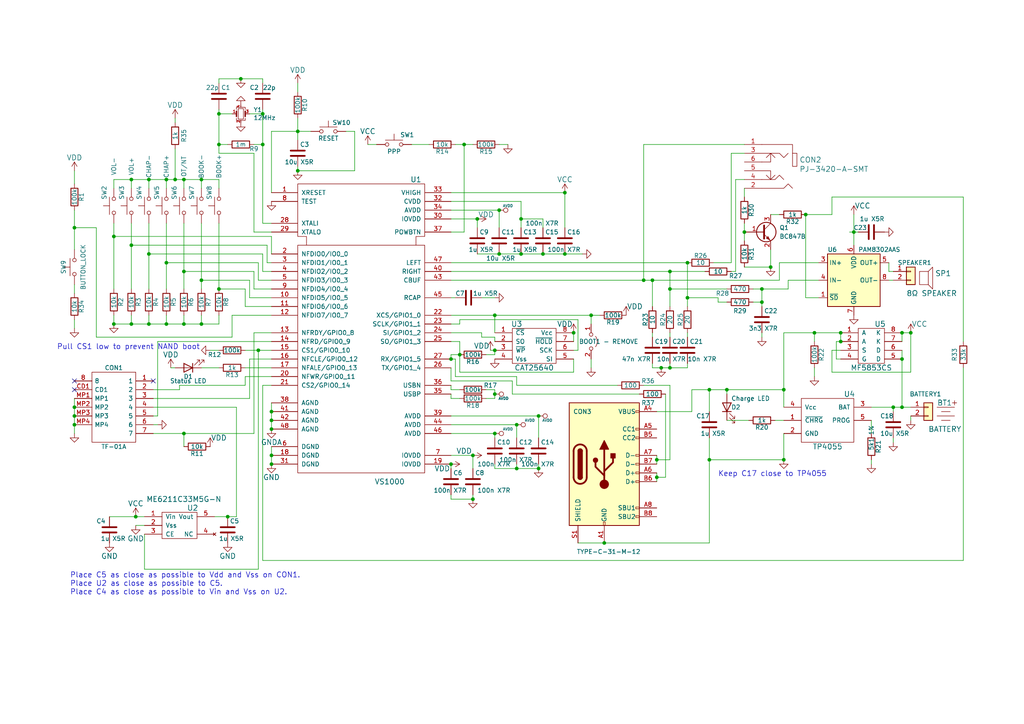
<source format=kicad_sch>
(kicad_sch (version 20211123) (generator eeschema)
  (paper "A4")
  (title_block (title "OSAB - the Open Source Audio Bible player") (date "2022-03-06") (rev "7") (company "theaudiobible.org") (comment 1 "Copyright (C) 2011-2022 Theophilus") (comment 2 "Licence: See LICENCE file in osab-electronics project directory"))
  (junction (at 143.51 125.73))
  (junction (at 63.5 41.91))
  (junction (at 190.5 138.43))
  (junction (at 58.42 81.28))
  (junction (at 78.74 132.08))
  (junction (at 223.52 77.47))
  (junction (at 189.23 81.28))
  (junction (at 137.16 144.78))
  (junction (at 38.1 52.07))
  (junction (at 259.08 118.11))
  (junction (at 243.84 96.52))
  (junction (at 220.98 87.63))
  (junction (at 69.85 22.86))
  (junction (at 78.74 121.92))
  (junction (at 134.62 41.91))
  (junction (at 78.74 134.62))
  (junction (at 21.59 66.04))
  (junction (at 144.78 73.66))
  (junction (at 21.59 123.19))
  (junction (at 205.74 113.03))
  (junction (at 137.16 132.08))
  (junction (at 194.31 78.74))
  (junction (at 43.18 93.98))
  (junction (at 261.62 96.52))
  (junction (at 194.31 83.82))
  (junction (at 186.69 81.28))
  (junction (at 233.68 62.23))
  (junction (at 33.02 93.98))
  (junction (at 138.43 63.5))
  (junction (at 151.13 73.66))
  (junction (at 143.51 101.6))
  (junction (at 215.9 67.31))
  (junction (at 38.1 71.12))
  (junction (at 227.33 113.03))
  (junction (at 130.81 104.14))
  (junction (at 247.65 67.31))
  (junction (at 86.36 49.53))
  (junction (at 53.34 93.98))
  (junction (at 63.5 33.02))
  (junction (at 53.34 125.73))
  (junction (at 205.74 133.35))
  (junction (at 53.34 78.74))
  (junction (at 144.78 60.96))
  (junction (at 48.26 76.2))
  (junction (at 220.98 83.82))
  (junction (at 175.26 157.48))
  (junction (at 76.2 41.91))
  (junction (at 149.86 135.89))
  (junction (at 191.77 106.68))
  (junction (at 194.31 106.68))
  (junction (at 21.59 118.11))
  (junction (at 156.21 135.89))
  (junction (at 21.59 120.65))
  (junction (at 58.42 93.98))
  (junction (at 199.39 86.36))
  (junction (at 33.02 68.58))
  (junction (at 261.62 118.11))
  (junction (at 74.93 101.6))
  (junction (at 143.51 91.44))
  (junction (at 66.04 149.86))
  (junction (at 39.37 149.86))
  (junction (at 143.51 114.3))
  (junction (at 53.34 52.07))
  (junction (at 190.5 133.35))
  (junction (at 86.36 38.1))
  (junction (at 63.5 83.82))
  (junction (at 163.83 73.66))
  (junction (at 166.37 96.52))
  (junction (at 171.45 91.44))
  (junction (at 227.33 133.35))
  (junction (at 236.22 96.52))
  (junction (at 38.1 93.98))
  (junction (at 50.8 52.07))
  (junction (at 78.74 119.38))
  (junction (at 58.42 52.07))
  (junction (at 243.84 99.06))
  (junction (at 163.83 55.88))
  (junction (at 133.35 102.87))
  (junction (at 78.74 124.46))
  (junction (at 157.48 73.66))
  (junction (at 130.81 134.62))
  (junction (at 210.82 113.03))
  (junction (at 43.18 73.66))
  (junction (at 261.62 104.14))
  (junction (at 264.16 96.52))
  (junction (at 43.18 52.07))
  (junction (at 149.86 123.19))
  (junction (at 156.21 120.65))
  (junction (at 48.26 52.07))
  (junction (at 151.13 63.5))
  (junction (at 76.2 33.02))
  (junction (at 199.39 76.2))
  (junction (at 48.26 93.98))
  (no_connect (at 21.59 110.49))
  (no_connect (at 44.45 110.49))
  (no_connect (at 21.59 113.03))
  (wire (pts (xy 73.66 83.82) (xy 73.66 78.74)))
  (wire (pts (xy 259.08 118.11) (xy 259.08 119.38)))
  (wire (pts (xy 58.42 64.77) (xy 58.42 81.28)))
  (wire (pts (xy 90.17 38.1) (xy 86.36 38.1)))
  (wire (pts (xy 134.62 67.31) (xy 134.62 41.91)))
  (wire (pts (xy 226.06 81.28) (xy 226.06 76.2)))
  (wire (pts (xy 78.74 121.92) (xy 78.74 124.46)))
  (wire (pts (xy 143.51 101.6) (xy 143.51 102.87)))
  (wire (pts (xy 76.2 64.77) (xy 78.74 64.77)))
  (wire (pts (xy 190.5 138.43) (xy 190.5 137.16)))
  (wire (pts (xy 76.2 111.76) (xy 76.2 162.56)))
  (wire (pts (xy 58.42 93.98) (xy 63.5 93.98)))
  (wire (pts (xy 21.59 120.65) (xy 21.59 118.11)))
  (wire (pts (xy 157.48 63.5) (xy 157.48 66.04)))
  (wire (pts (xy 139.7 96.52) (xy 130.81 96.52)))
  (wire (pts (xy 163.83 73.66) (xy 168.91 73.66)))
  (wire (pts (xy 227.33 113.03) (xy 227.33 118.11)))
  (wire (pts (xy 143.51 125.73) (xy 143.51 127)))
  (wire (pts (xy 213.36 52.07) (xy 215.9 52.07)))
  (wire (pts (xy 130.81 58.42) (xy 151.13 58.42)))
  (wire (pts (xy 63.5 44.45) (xy 73.66 44.45)))
  (wire (pts (xy 236.22 96.52) (xy 236.22 99.06)))
  (wire (pts (xy 27.94 66.04) (xy 21.59 66.04)))
  (wire (pts (xy 130.81 104.14) (xy 132.08 104.14)))
  (wire (pts (xy 236.22 96.52) (xy 243.84 96.52)))
  (wire (pts (xy 217.17 121.92) (xy 210.82 121.92)))
  (wire (pts (xy 137.16 144.78) (xy 137.16 143.51)))
  (wire (pts (xy 261.62 96.52) (xy 261.62 99.06)))
  (wire (pts (xy 78.74 83.82) (xy 73.66 83.82)))
  (wire (pts (xy 21.59 125.73) (xy 21.59 123.19)))
  (wire (pts (xy 208.28 86.36) (xy 208.28 87.63)))
  (wire (pts (xy 252.73 121.92) (xy 252.73 125.73)))
  (wire (pts (xy 171.45 93.98) (xy 171.45 91.44)))
  (wire (pts (xy 130.81 114.3) (xy 130.81 115.57)))
  (wire (pts (xy 167.64 101.6) (xy 167.64 92.71)))
  (wire (pts (xy 48.26 64.77) (xy 48.26 76.2)))
  (wire (pts (xy 151.13 63.5) (xy 157.48 63.5)))
  (wire (pts (xy 143.51 135.89) (xy 149.86 135.89)))
  (wire (pts (xy 213.36 52.07) (xy 213.36 78.74)))
  (wire (pts (xy 200.66 119.38) (xy 200.66 113.03)))
  (wire (pts (xy 76.2 22.86) (xy 76.2 24.13)))
  (wire (pts (xy 21.59 60.96) (xy 21.59 66.04)))
  (wire (pts (xy 261.62 104.14) (xy 261.62 118.11)))
  (wire (pts (xy 76.2 31.75) (xy 76.2 33.02)))
  (wire (pts (xy 156.21 120.65) (xy 156.21 127)))
  (wire (pts (xy 134.62 41.91) (xy 137.16 41.91)))
  (wire (pts (xy 132.08 109.22) (xy 149.86 109.22)))
  (wire (pts (xy 71.12 106.68) (xy 78.74 106.68)))
  (wire (pts (xy 190.5 133.35) (xy 194.31 133.35)))
  (wire (pts (xy 247.65 67.31) (xy 248.92 67.31)))
  (wire (pts (xy 78.74 73.66) (xy 78.74 68.58)))
  (wire (pts (xy 66.04 149.86) (xy 68.58 149.86)))
  (wire (pts (xy 33.02 54.61) (xy 33.02 52.07)))
  (wire (pts (xy 215.9 67.31) (xy 215.9 69.85)))
  (wire (pts (xy 237.49 86.36) (xy 233.68 86.36)))
  (wire (pts (xy 33.02 93.98) (xy 38.1 93.98)))
  (wire (pts (xy 144.78 60.96) (xy 144.78 66.04)))
  (wire (pts (xy 48.26 91.44) (xy 48.26 93.98)))
  (wire (pts (xy 130.81 76.2) (xy 199.39 76.2)))
  (wire (pts (xy 138.43 73.66) (xy 144.78 73.66)))
  (wire (pts (xy 138.43 63.5) (xy 138.43 66.04)))
  (wire (pts (xy 151.13 63.5) (xy 151.13 66.04)))
  (wire (pts (xy 166.37 96.52) (xy 166.37 99.06)))
  (wire (pts (xy 243.84 101.6) (xy 241.3 101.6)))
  (wire (pts (xy 38.1 64.77) (xy 38.1 71.12)))
  (wire (pts (xy 68.58 149.86) (xy 68.58 118.11)))
  (wire (pts (xy 119.38 41.91) (xy 124.46 41.91)))
  (wire (pts (xy 189.23 81.28) (xy 226.06 81.28)))
  (wire (pts (xy 45.72 120.65) (xy 44.45 120.65)))
  (wire (pts (xy 194.31 106.68) (xy 199.39 106.68)))
  (wire (pts (xy 186.69 41.91) (xy 186.69 81.28)))
  (wire (pts (xy 130.81 60.96) (xy 144.78 60.96)))
  (wire (pts (xy 78.74 129.54) (xy 78.74 132.08)))
  (wire (pts (xy 194.31 105.41) (xy 194.31 106.68)))
  (wire (pts (xy 264.16 120.65) (xy 264.16 121.92)))
  (wire (pts (xy 133.35 93.98) (xy 130.81 93.98)))
  (wire (pts (xy 130.81 81.28) (xy 186.69 81.28)))
  (wire (pts (xy 133.35 102.87) (xy 133.35 99.06)))
  (wire (pts (xy 21.59 66.04) (xy 21.59 72.39)))
  (wire (pts (xy 74.93 81.28) (xy 74.93 76.2)))
  (wire (pts (xy 167.64 92.71) (xy 133.35 92.71)))
  (wire (pts (xy 48.26 93.98) (xy 53.34 93.98)))
  (wire (pts (xy 39.37 149.86) (xy 41.91 149.86)))
  (wire (pts (xy 242.57 99.06) (xy 242.57 104.14)))
  (wire (pts (xy 27.94 66.04) (xy 27.94 97.79)))
  (wire (pts (xy 223.52 77.47) (xy 223.52 72.39)))
  (wire (pts (xy 205.74 113.03) (xy 210.82 113.03)))
  (wire (pts (xy 130.81 102.87) (xy 133.35 102.87)))
  (wire (pts (xy 132.08 104.14) (xy 132.08 109.22)))
  (wire (pts (xy 215.9 64.77) (xy 215.9 67.31)))
  (wire (pts (xy 63.5 22.86) (xy 63.5 24.13)))
  (wire (pts (xy 102.87 38.1) (xy 102.87 49.53)))
  (wire (pts (xy 144.78 73.66) (xy 151.13 73.66)))
  (wire (pts (xy 76.2 78.74) (xy 76.2 73.66)))
  (wire (pts (xy 53.34 93.98) (xy 58.42 93.98)))
  (wire (pts (xy 78.74 78.74) (xy 76.2 78.74)))
  (wire (pts (xy 186.69 41.91) (xy 215.9 41.91)))
  (wire (pts (xy 149.86 123.19) (xy 149.86 127)))
  (wire (pts (xy 48.26 83.82) (xy 48.26 76.2)))
  (wire (pts (xy 130.81 115.57) (xy 133.35 115.57)))
  (wire (pts (xy 171.45 104.14) (xy 171.45 106.68)))
  (wire (pts (xy 193.04 138.43) (xy 190.5 138.43)))
  (wire (pts (xy 252.73 118.11) (xy 259.08 118.11)))
  (wire (pts (xy 130.81 106.68) (xy 130.81 110.49)))
  (wire (pts (xy 130.81 91.44) (xy 143.51 91.44)))
  (wire (pts (xy 38.1 91.44) (xy 38.1 93.98)))
  (wire (pts (xy 193.04 114.3) (xy 193.04 138.43)))
  (wire (pts (xy 60.96 101.6) (xy 63.5 101.6)))
  (wire (pts (xy 218.44 83.82) (xy 220.98 83.82)))
  (wire (pts (xy 247.65 67.31) (xy 247.65 71.12)))
  (wire (pts (xy 76.2 41.91) (xy 76.2 64.77)))
  (wire (pts (xy 74.93 101.6) (xy 74.93 165.1)))
  (wire (pts (xy 224.79 121.92) (xy 227.33 121.92)))
  (wire (pts (xy 38.1 52.07) (xy 43.18 52.07)))
  (wire (pts (xy 31.75 149.86) (xy 39.37 149.86)))
  (wire (pts (xy 233.68 62.23) (xy 241.3 62.23)))
  (wire (pts (xy 33.02 64.77) (xy 33.02 68.58)))
  (wire (pts (xy 44.45 113.03) (xy 52.07 113.03)))
  (wire (pts (xy 130.81 123.19) (xy 149.86 123.19)))
  (wire (pts (xy 68.58 118.11) (xy 44.45 118.11)))
  (wire (pts (xy 190.5 133.35) (xy 190.5 134.62)))
  (wire (pts (xy 171.45 91.44) (xy 173.99 91.44)))
  (wire (pts (xy 102.87 49.53) (xy 86.36 49.53)))
  (wire (pts (xy 44.45 123.19) (xy 45.72 123.19)))
  (wire (pts (xy 242.57 104.14) (xy 243.84 104.14)))
  (wire (pts (xy 143.51 113.03) (xy 143.51 114.3)))
  (wire (pts (xy 73.66 78.74) (xy 53.34 78.74)))
  (wire (pts (xy 186.69 111.76) (xy 194.31 111.76)))
  (wire (pts (xy 53.34 129.54) (xy 53.34 125.73)))
  (wire (pts (xy 210.82 113.03) (xy 210.82 114.3)))
  (wire (pts (xy 227.33 133.35) (xy 227.33 125.73)))
  (wire (pts (xy 139.7 97.79) (xy 139.7 96.52)))
  (wire (pts (xy 44.45 115.57) (xy 72.39 115.57)))
  (wire (pts (xy 78.74 116.84) (xy 78.74 119.38)))
  (wire (pts (xy 252.73 133.35) (xy 252.73 134.62)))
  (wire (pts (xy 228.6 83.82) (xy 228.6 81.28)))
  (wire (pts (xy 53.34 64.77) (xy 53.34 78.74)))
  (wire (pts (xy 76.2 33.02) (xy 76.2 41.91)))
  (wire (pts (xy 149.86 111.76) (xy 179.07 111.76)))
  (wire (pts (xy 41.91 152.4) (xy 39.37 152.4)))
  (wire (pts (xy 143.51 99.06) (xy 143.51 97.79)))
  (wire (pts (xy 189.23 96.52) (xy 189.23 97.79)))
  (wire (pts (xy 50.8 43.18) (xy 50.8 52.07)))
  (wire (pts (xy 43.18 54.61) (xy 43.18 52.07)))
  (wire (pts (xy 71.12 88.9) (xy 71.12 83.82)))
  (wire (pts (xy 233.68 86.36) (xy 233.68 62.23)))
  (wire (pts (xy 43.18 83.82) (xy 43.18 73.66)))
  (wire (pts (xy 208.28 87.63) (xy 210.82 87.63)))
  (wire (pts (xy 71.12 101.6) (xy 74.93 101.6)))
  (wire (pts (xy 21.59 82.55) (xy 21.59 85.09)))
  (wire (pts (xy 199.39 76.2) (xy 199.39 86.36)))
  (wire (pts (xy 149.86 134.62) (xy 149.86 135.89)))
  (wire (pts (xy 38.1 83.82) (xy 38.1 71.12)))
  (wire (pts (xy 200.66 113.03) (xy 205.74 113.03)))
  (wire (pts (xy 133.35 92.71) (xy 133.35 93.98)))
  (wire (pts (xy 100.33 38.1) (xy 102.87 38.1)))
  (wire (pts (xy 190.5 119.38) (xy 200.66 119.38)))
  (wire (pts (xy 149.86 135.89) (xy 156.21 135.89)))
  (wire (pts (xy 72.39 104.14) (xy 72.39 115.57)))
  (wire (pts (xy 243.84 99.06) (xy 242.57 99.06)))
  (wire (pts (xy 50.8 52.07) (xy 53.34 52.07)))
  (wire (pts (xy 72.39 86.36) (xy 72.39 81.28)))
  (wire (pts (xy 220.98 83.82) (xy 228.6 83.82)))
  (wire (pts (xy 205.74 127) (xy 205.74 133.35)))
  (wire (pts (xy 130.81 67.31) (xy 134.62 67.31)))
  (wire (pts (xy 78.74 88.9) (xy 71.12 88.9)))
  (wire (pts (xy 194.31 96.52) (xy 194.31 97.79)))
  (wire (pts (xy 78.74 81.28) (xy 74.93 81.28)))
  (wire (pts (xy 53.34 125.73) (xy 73.66 125.73)))
  (wire (pts (xy 139.7 86.36) (xy 143.51 86.36)))
  (wire (pts (xy 45.72 99.06) (xy 78.74 99.06)))
  (wire (pts (xy 189.23 81.28) (xy 189.23 88.9)))
  (wire (pts (xy 189.23 105.41) (xy 189.23 106.68)))
  (wire (pts (xy 133.35 99.06) (xy 130.81 99.06)))
  (wire (pts (xy 241.3 101.6) (xy 241.3 107.95)))
  (wire (pts (xy 194.31 111.76) (xy 194.31 133.35)))
  (wire (pts (xy 143.51 114.3) (xy 143.51 115.57)))
  (wire (pts (xy 78.74 132.08) (xy 78.74 134.62)))
  (wire (pts (xy 63.5 33.02) (xy 67.31 33.02)))
  (wire (pts (xy 143.51 97.79) (xy 139.7 97.79)))
  (wire (pts (xy 279.4 57.15) (xy 279.4 99.06)))
  (wire (pts (xy 212.09 78.74) (xy 213.36 78.74)))
  (wire (pts (xy 63.5 41.91) (xy 63.5 44.45)))
  (wire (pts (xy 241.3 107.95) (xy 264.16 107.95)))
  (wire (pts (xy 52.07 111.76) (xy 71.12 111.76)))
  (wire (pts (xy 227.33 96.52) (xy 227.33 113.03)))
  (wire (pts (xy 43.18 91.44) (xy 43.18 93.98)))
  (wire (pts (xy 166.37 101.6) (xy 167.64 101.6)))
  (wire (pts (xy 215.9 77.47) (xy 223.52 77.47)))
  (wire (pts (xy 21.59 49.53) (xy 21.59 53.34)))
  (wire (pts (xy 236.22 106.68) (xy 236.22 109.22)))
  (wire (pts (xy 78.74 76.2) (xy 77.47 76.2)))
  (wire (pts (xy 86.36 49.53) (xy 86.36 48.26)))
  (wire (pts (xy 130.81 86.36) (xy 132.08 86.36)))
  (wire (pts (xy 190.5 139.7) (xy 190.5 138.43)))
  (wire (pts (xy 130.81 102.87) (xy 130.81 104.14)))
  (wire (pts (xy 27.94 97.79) (xy 67.31 97.79)))
  (wire (pts (xy 73.66 41.91) (xy 76.2 41.91)))
  (wire (pts (xy 199.39 106.68) (xy 199.39 105.41)))
  (wire (pts (xy 130.81 144.78) (xy 137.16 144.78)))
  (wire (pts (xy 73.66 96.52) (xy 78.74 96.52)))
  (wire (pts (xy 246.38 67.31) (xy 247.65 67.31)))
  (wire (pts (xy 86.36 24.13) (xy 86.36 26.67)))
  (wire (pts (xy 137.16 132.08) (xy 137.16 135.89)))
  (wire (pts (xy 130.81 55.88) (xy 163.83 55.88)))
  (wire (pts (xy 63.5 41.91) (xy 66.04 41.91)))
  (wire (pts (xy 199.39 86.36) (xy 208.28 86.36)))
  (wire (pts (xy 62.23 149.86) (xy 66.04 149.86)))
  (wire (pts (xy 48.26 54.61) (xy 48.26 52.07)))
  (wire (pts (xy 58.42 106.68) (xy 63.5 106.68)))
  (wire (pts (xy 58.42 83.82) (xy 58.42 81.28)))
  (wire (pts (xy 130.81 113.03) (xy 133.35 113.03)))
  (wire (pts (xy 212.09 76.2) (xy 212.09 44.45)))
  (wire (pts (xy 199.39 86.36) (xy 199.39 88.9)))
  (wire (pts (xy 143.51 91.44) (xy 171.45 91.44)))
  (wire (pts (xy 215.9 54.61) (xy 215.9 57.15)))
  (wire (pts (xy 71.12 109.22) (xy 71.12 111.76)))
  (wire (pts (xy 227.33 96.52) (xy 236.22 96.52)))
  (wire (pts (xy 38.1 93.98) (xy 43.18 93.98)))
  (wire (pts (xy 63.5 64.77) (xy 63.5 83.82)))
  (wire (pts (xy 106.68 41.91) (xy 109.22 41.91)))
  (wire (pts (xy 210.82 113.03) (xy 227.33 113.03)))
  (wire (pts (xy 63.5 54.61) (xy 63.5 52.07)))
  (wire (pts (xy 130.81 120.65) (xy 156.21 120.65)))
  (wire (pts (xy 73.66 125.73) (xy 73.66 96.52)))
  (wire (pts (xy 257.81 78.74) (xy 259.08 78.74)))
  (wire (pts (xy 259.08 118.11) (xy 261.62 118.11)))
  (wire (pts (xy 194.31 78.74) (xy 194.31 83.82)))
  (wire (pts (xy 58.42 54.61) (xy 58.42 52.07)))
  (wire (pts (xy 167.64 157.48) (xy 175.26 157.48)))
  (wire (pts (xy 86.36 34.29) (xy 86.36 38.1)))
  (wire (pts (xy 226.06 76.2) (xy 237.49 76.2)))
  (wire (pts (xy 53.34 52.07) (xy 58.42 52.07)))
  (wire (pts (xy 133.35 107.95) (xy 133.35 102.87)))
  (wire (pts (xy 143.51 115.57) (xy 140.97 115.57)))
  (wire (pts (xy 142.24 101.6) (xy 143.51 101.6)))
  (wire (pts (xy 71.12 83.82) (xy 63.5 83.82)))
  (wire (pts (xy 86.36 38.1) (xy 86.36 40.64)))
  (wire (pts (xy 191.77 106.68) (xy 194.31 106.68)))
  (wire (pts (xy 194.31 83.82) (xy 210.82 83.82)))
  (wire (pts (xy 21.59 123.19) (xy 21.59 120.65)))
  (wire (pts (xy 199.39 96.52) (xy 199.39 97.79)))
  (wire (pts (xy 241.3 62.23) (xy 241.3 57.15)))
  (wire (pts (xy 166.37 107.95) (xy 166.37 104.14)))
  (wire (pts (xy 63.5 33.02) (xy 63.5 41.91)))
  (wire (pts (xy 130.81 125.73) (xy 143.51 125.73)))
  (wire (pts (xy 163.83 55.88) (xy 163.83 66.04)))
  (wire (pts (xy 132.08 41.91) (xy 134.62 41.91)))
  (wire (pts (xy 45.72 99.06) (xy 45.72 120.65)))
  (wire (pts (xy 53.34 54.61) (xy 53.34 52.07)))
  (wire (pts (xy 143.51 102.87) (xy 140.97 102.87)))
  (wire (pts (xy 186.69 81.28) (xy 189.23 81.28)))
  (wire (pts (xy 264.16 107.95) (xy 264.16 96.52)))
  (wire (pts (xy 63.5 93.98) (xy 63.5 91.44)))
  (wire (pts (xy 77.47 71.12) (xy 38.1 71.12)))
  (wire (pts (xy 69.85 22.86) (xy 76.2 22.86)))
  (wire (pts (xy 189.23 106.68) (xy 191.77 106.68)))
  (wire (pts (xy 130.81 132.08) (xy 137.16 132.08)))
  (wire (pts (xy 261.62 101.6) (xy 261.62 104.14)))
  (wire (pts (xy 247.65 62.23) (xy 247.65 67.31)))
  (wire (pts (xy 78.74 119.38) (xy 78.74 121.92)))
  (wire (pts (xy 21.59 118.11) (xy 21.59 115.57)))
  (wire (pts (xy 78.74 38.1) (xy 86.36 38.1)))
  (wire (pts (xy 143.51 96.52) (xy 143.51 91.44)))
  (wire (pts (xy 67.31 91.44) (xy 78.74 91.44)))
  (wire (pts (xy 264.16 96.52) (xy 261.62 96.52)))
  (wire (pts (xy 148.59 114.3) (xy 185.42 114.3)))
  (wire (pts (xy 33.02 83.82) (xy 33.02 68.58)))
  (wire (pts (xy 58.42 91.44) (xy 58.42 93.98)))
  (wire (pts (xy 194.31 78.74) (xy 204.47 78.74)))
  (wire (pts (xy 130.81 63.5) (xy 138.43 63.5)))
  (wire (pts (xy 74.93 76.2) (xy 48.26 76.2)))
  (wire (pts (xy 151.13 58.42) (xy 151.13 63.5)))
  (wire (pts (xy 220.98 87.63) (xy 220.98 88.9)))
  (wire (pts (xy 205.74 157.48) (xy 205.74 133.35)))
  (wire (pts (xy 241.3 57.15) (xy 279.4 57.15)))
  (wire (pts (xy 74.93 165.1) (xy 41.91 165.1)))
  (wire (pts (xy 130.81 110.49) (xy 148.59 110.49)))
  (wire (pts (xy 78.74 104.14) (xy 72.39 104.14)))
  (wire (pts (xy 21.59 92.71) (xy 21.59 95.25)))
  (wire (pts (xy 130.81 78.74) (xy 194.31 78.74)))
  (wire (pts (xy 220.98 87.63) (xy 218.44 87.63)))
  (wire (pts (xy 257.81 81.28) (xy 259.08 81.28)))
  (wire (pts (xy 130.81 143.51) (xy 130.81 144.78)))
  (wire (pts (xy 43.18 64.77) (xy 43.18 73.66)))
  (wire (pts (xy 156.21 135.89) (xy 156.21 134.62)))
  (wire (pts (xy 207.01 76.2) (xy 212.09 76.2)))
  (wire (pts (xy 67.31 91.44) (xy 67.31 97.79)))
  (wire (pts (xy 44.45 125.73) (xy 53.34 125.73)))
  (wire (pts (xy 259.08 127) (xy 259.08 128.27)))
  (wire (pts (xy 38.1 54.61) (xy 38.1 52.07)))
  (wire (pts (xy 63.5 31.75) (xy 63.5 33.02)))
  (wire (pts (xy 48.26 52.07) (xy 50.8 52.07)))
  (wire (pts (xy 78.74 111.76) (xy 76.2 111.76)))
  (wire (pts (xy 43.18 93.98) (xy 48.26 93.98)))
  (wire (pts (xy 194.31 83.82) (xy 194.31 88.9)))
  (wire (pts (xy 49.53 106.68) (xy 50.8 106.68)))
  (wire (pts (xy 72.39 33.02) (xy 76.2 33.02)))
  (wire (pts (xy 78.74 38.1) (xy 78.74 55.88)))
  (wire (pts (xy 212.09 44.45) (xy 215.9 44.45)))
  (wire (pts (xy 72.39 81.28) (xy 58.42 81.28)))
  (wire (pts (xy 73.66 44.45) (xy 73.66 67.31)))
  (wire (pts (xy 63.5 22.86) (xy 69.85 22.86)))
  (wire (pts (xy 151.13 73.66) (xy 157.48 73.66)))
  (wire (pts (xy 157.48 73.66) (xy 163.83 73.66)))
  (wire (pts (xy 205.74 113.03) (xy 205.74 119.38)))
  (wire (pts (xy 279.4 106.68) (xy 279.4 162.56)))
  (wire (pts (xy 243.84 96.52) (xy 243.84 99.06)))
  (wire (pts (xy 175.26 157.48) (xy 205.74 157.48)))
  (wire (pts (xy 133.35 107.95) (xy 166.37 107.95)))
  (wire (pts (xy 148.59 110.49) (xy 148.59 114.3)))
  (wire (pts (xy 43.18 52.07) (xy 48.26 52.07)))
  (wire (pts (xy 140.97 113.03) (xy 143.51 113.03)))
  (wire (pts (xy 50.8 34.29) (xy 50.8 35.56)))
  (wire (pts (xy 78.74 68.58) (xy 33.02 68.58)))
  (wire (pts (xy 130.81 134.62) (xy 130.81 135.89)))
  (wire (pts (xy 76.2 73.66) (xy 43.18 73.66)))
  (wire (pts (xy 58.42 52.07) (xy 63.5 52.07)))
  (wire (pts (xy 144.78 41.91) (xy 147.32 41.91)))
  (wire (pts (xy 220.98 96.52) (xy 220.98 97.79)))
  (wire (pts (xy 143.51 134.62) (xy 143.51 135.89)))
  (wire (pts (xy 257.81 76.2) (xy 257.81 78.74)))
  (wire (pts (xy 33.02 52.07) (xy 38.1 52.07)))
  (wire (pts (xy 52.07 111.76) (xy 52.07 113.03)))
  (wire (pts (xy 220.98 83.82) (xy 220.98 87.63)))
  (wire (pts (xy 190.5 132.08) (xy 190.5 133.35)))
  (wire (pts (xy 53.34 83.82) (xy 53.34 78.74)))
  (wire (pts (xy 33.02 91.44) (xy 33.02 93.98)))
  (wire (pts (xy 78.74 86.36) (xy 72.39 86.36)))
  (wire (pts (xy 223.52 62.23) (xy 226.06 62.23)))
  (wire (pts (xy 149.86 109.22) (xy 149.86 111.76)))
  (wire (pts (xy 77.47 76.2) (xy 77.47 71.12)))
  (wire (pts (xy 53.34 91.44) (xy 53.34 93.98)))
  (wire (pts (xy 78.74 109.22) (xy 71.12 109.22)))
  (wire (pts (xy 41.91 165.1) (xy 41.91 154.94)))
  (wire (pts (xy 130.81 111.76) (xy 130.81 113.03)))
  (wire (pts (xy 264.16 118.11) (xy 261.62 118.11)))
  (wire (pts (xy 74.93 101.6) (xy 78.74 101.6)))
  (wire (pts (xy 205.74 133.35) (xy 227.33 133.35)))
  (wire (pts (xy 279.4 162.56) (xy 76.2 162.56)))
  (wire (pts (xy 73.66 67.31) (xy 78.74 67.31)))
  (wire (pts (xy 228.6 81.28) (xy 237.49 81.28)))
  (text "Pull CS1 low to prevent NAND boot" (at 16.51 101.6 0) (effects (font (size 1.524 1.524)) (justify left bottom)))
  (text "Place C5 as close as possible to Vdd and Vss on CON1.\nPlace U2 as close as possible to C5.\nPlace C4 as close as possible to Vin and Vss on U2." (at 20.32 172.72 0) (effects (font (size 1.524 1.524)) (justify left bottom)))
  (text "Keep C17 close to TP4055" (at 208.28 138.43 0) (effects (font (size 1.524 1.524)) (justify left bottom)))
  (symbol (lib_id "vs10xx:VS1000") (at 105.41 99.06 0) (unit 1)
    (property "Reference" "U1" (at 120.65 52.07 0) (effects (font (size 1.524 1.524))))
    (property "Value" "VS1000" (at 113.03 139.7 0) (effects (font (size 1.524 1.524))))
    (property "Footprint" "Package_QFP:LQFP-48_7x7mm_P0.5mm" (effects hide))
    (property "Datasheet" "http://www.vlsi.fi/fileadmin/datasheets/vs1000.pdf" (effects hide))
    (property "3D-model" "Included in KiCad" (effects hide))
    (property "Link" "http://www.vlsi.fi/en/products/vs1000.html" (effects hide))
    (property "MPN" "VS1000D-L" (effects hide))
  )
  (symbol (lib_id "power:VDD") (at 86.36 24.13 0) (mirror y) (unit 1)
    (property "Reference" "#PWR018" (effects hide))
    (property "Value" "VDD" (at 86.36 20.32 0) (effects (font (size 1.524 1.524))))
  )
  (symbol (lib_id "Switch:SW_Push") (at 95.25 38.1 0) (mirror y) (unit 1)
    (property "Reference" "SW10" (at 99.06 35.56 0))
    (property "Value" "RESET" (at 95.25 40.132 0))
    (property "Footprint" "Button_Switch_SMD:SW_SPST_TL3342" (effects hide))
    (property "Datasheet" "https://datasheet.lcsc.com/szlcsc/1811082127_Korean-Hroparts-Elec-K2-1187SQ-A4SW-06_C92584.pdf" (effects hide))
    (property "Link" "https://lcsc.com/product-detail/Tactile-Switches_Korean-Hroparts-Elec-K2-1187SQ-A4SW-06_C92584.html" (effects hide))
    (property "3D-model" "Included in KiCad" (effects hide))
    (property "MPN" "K2-1187SQ-A4SW-06" (effects hide))
  )
  (symbol (lib_id "Switch:SW_Push") (at 53.34 59.69 90) (unit 1)
    (property "Reference" "SW6" (at 50.546 55.88 0))
    (property "Value" "OT/NT" (at 53.34 48.26 0))
    (property "Footprint" "Button_Switch_SMD:SW_SPST_TL3342" (effects hide))
    (property "Datasheet" "https://datasheet.lcsc.com/szlcsc/1811082127_Korean-Hroparts-Elec-K2-1187SQ-A4SW-06_C92584.pdf" (effects hide))
    (property "Link" "https://lcsc.com/product-detail/Tactile-Switches_Korean-Hroparts-Elec-K2-1187SQ-A4SW-06_C92584.html" (effects hide))
    (property "3D-model" "Included in KiCad" (effects hide))
    (property "MPN" "K2-1187SQ-A4SW-06" (effects hide))
  )
  (symbol (lib_id "Switch:SW_Push") (at 58.42 59.69 90) (unit 1)
    (property "Reference" "SW7" (at 55.626 55.88 0))
    (property "Value" "BOOK-" (at 58.42 48.26 0))
    (property "Footprint" "Button_Switch_SMD:SW_SPST_TL3342" (effects hide))
    (property "Datasheet" "https://datasheet.lcsc.com/szlcsc/1811082127_Korean-Hroparts-Elec-K2-1187SQ-A4SW-06_C92584.pdf" (effects hide))
    (property "Link" "https://lcsc.com/product-detail/Tactile-Switches_Korean-Hroparts-Elec-K2-1187SQ-A4SW-06_C92584.html" (effects hide))
    (property "3D-model" "Included in KiCad" (effects hide))
    (property "MPN" "K2-1187SQ-A4SW-06" (effects hide))
  )
  (symbol (lib_id "Switch:SW_Push") (at 48.26 59.69 90) (unit 1)
    (property "Reference" "SW5" (at 45.466 55.88 0))
    (property "Value" "CHAP+" (at 48.26 48.26 0))
    (property "Footprint" "Button_Switch_SMD:SW_SPST_TL3342" (effects hide))
    (property "Datasheet" "https://datasheet.lcsc.com/szlcsc/1811082127_Korean-Hroparts-Elec-K2-1187SQ-A4SW-06_C92584.pdf" (effects hide))
    (property "Link" "https://lcsc.com/product-detail/Tactile-Switches_Korean-Hroparts-Elec-K2-1187SQ-A4SW-06_C92584.html" (effects hide))
    (property "3D-model" "Included in KiCad" (effects hide))
    (property "MPN" "K2-1187SQ-A4SW-06" (effects hide))
  )
  (symbol (lib_id "Switch:SW_Push") (at 43.18 59.69 90) (unit 1)
    (property "Reference" "SW4" (at 40.386 55.88 0))
    (property "Value" "CHAP-" (at 43.18 48.26 0))
    (property "Footprint" "Button_Switch_SMD:SW_SPST_TL3342" (effects hide))
    (property "Datasheet" "https://datasheet.lcsc.com/szlcsc/1811082127_Korean-Hroparts-Elec-K2-1187SQ-A4SW-06_C92584.pdf" (effects hide))
    (property "Link" "https://lcsc.com/product-detail/Tactile-Switches_Korean-Hroparts-Elec-K2-1187SQ-A4SW-06_C92584.html" (effects hide))
    (property "3D-model" "Included in KiCad" (effects hide))
    (property "MPN" "K2-1187SQ-A4SW-06" (effects hide))
  )
  (symbol (lib_id "Switch:SW_Push") (at 38.1 59.69 90) (unit 1)
    (property "Reference" "SW3" (at 35.306 55.88 0))
    (property "Value" "VOL+" (at 38.1 48.26 0))
    (property "Footprint" "Button_Switch_SMD:SW_SPST_TL3342" (effects hide))
    (property "Datasheet" "https://datasheet.lcsc.com/szlcsc/1811082127_Korean-Hroparts-Elec-K2-1187SQ-A4SW-06_C92584.pdf" (effects hide))
    (property "Link" "https://lcsc.com/product-detail/Tactile-Switches_Korean-Hroparts-Elec-K2-1187SQ-A4SW-06_C92584.html" (effects hide))
    (property "3D-model" "Included in KiCad" (effects hide))
    (property "MPN" "K2-1187SQ-A4SW-06" (effects hide))
  )
  (symbol (lib_id "Switch:SW_Push") (at 33.02 59.69 90) (unit 1)
    (property "Reference" "SW2" (at 30.226 55.88 0))
    (property "Value" "VOL-" (at 33.02 48.26 0))
    (property "Footprint" "Button_Switch_SMD:SW_SPST_TL3342" (effects hide))
    (property "Datasheet" "https://datasheet.lcsc.com/szlcsc/1811082127_Korean-Hroparts-Elec-K2-1187SQ-A4SW-06_C92584.pdf" (effects hide))
    (property "Link" "https://lcsc.com/product-detail/Tactile-Switches_Korean-Hroparts-Elec-K2-1187SQ-A4SW-06_C92584.html" (effects hide))
    (property "3D-model" "Included in KiCad" (effects hide))
    (property "MPN" "K2-1187SQ-A4SW-06" (effects hide))
  )
  (symbol (lib_id "Switch:SW_Push") (at 63.5 59.69 90) (unit 1)
    (property "Reference" "SW8" (at 60.706 55.88 0))
    (property "Value" "BOOK+" (at 63.5 48.26 0))
    (property "Footprint" "Button_Switch_SMD:SW_SPST_TL3342" (effects hide))
    (property "Datasheet" "https://datasheet.lcsc.com/szlcsc/1811082127_Korean-Hroparts-Elec-K2-1187SQ-A4SW-06_C92584.pdf" (effects hide))
    (property "Link" "https://lcsc.com/product-detail/Tactile-Switches_Korean-Hroparts-Elec-K2-1187SQ-A4SW-06_C92584.html" (effects hide))
    (property "3D-model" "Included in KiCad" (effects hide))
    (property "MPN" "K2-1187SQ-A4SW-06" (effects hide))
  )
  (symbol (lib_id "Switch:SW_Push") (at 114.3 41.91 0) (unit 1)
    (property "Reference" "SW1" (at 118.11 39.116 0))
    (property "Value" "PPP" (at 114.3 43.942 0))
    (property "Footprint" "Button_Switch_SMD:SW_SPST_TL3342" (effects hide))
    (property "Datasheet" "https://datasheet.lcsc.com/szlcsc/1811082127_Korean-Hroparts-Elec-K2-1187SQ-A4SW-06_C92584.pdf" (effects hide))
    (property "Link" "https://lcsc.com/product-detail/Tactile-Switches_Korean-Hroparts-Elec-K2-1187SQ-A4SW-06_C92584.html" (effects hide))
    (property "3D-model" "Included in KiCad" (effects hide))
    (property "MPN" "K2-1187SQ-A4SW-06" (effects hide))
  )
  (symbol (lib_id "power:VDD") (at 50.8 34.29 0) (unit 1)
    (property "Reference" "#PWR09" (effects hide))
    (property "Value" "VDD" (at 50.8 30.48 0) (effects (font (size 1.524 1.524))))
  )
  (symbol (lib_id "power:VDD") (at 21.59 49.53 0) (unit 1)
    (property "Reference" "#PWR01" (effects hide))
    (property "Value" "VDD" (at 21.59 45.72 0) (effects (font (size 1.524 1.524))))
  )
  (symbol (lib_id "power:GND") (at 60.96 101.6 270) (unit 1)
    (property "Reference" "#PWR011" (effects hide))
    (property "Value" "GND" (effects hide))
  )
  (symbol (lib_id "osab:AVDD") (at 144.78 60.96 270) (unit 1)
    (property "Reference" "#PWR030" (effects hide))
    (property "Value" "AVDD" (at 147.32 59.69 90) (effects (font (size 0.762 0.762))))
  )
  (symbol (lib_id "power:VCC") (at 106.68 41.91 0) (unit 1)
    (property "Reference" "#PWR020" (effects hide))
    (property "Value" "VCC" (at 106.68 38.1 0) (effects (font (size 1.524 1.524))))
  )
  (symbol (lib_id "power:GND") (at 147.32 41.91 0) (unit 1)
    (property "Reference" "#PWR031" (effects hide))
    (property "Value" "GND" (effects hide))
  )
  (symbol (lib_id "power:GND") (at 21.59 125.73 0) (unit 1)
    (property "Reference" "#PWR03" (effects hide))
    (property "Value" "GND" (effects hide))
  )
  (symbol (lib_id "power:GND") (at 45.72 123.19 90) (unit 1)
    (property "Reference" "#PWR08" (effects hide))
    (property "Value" "GND" (effects hide))
  )
  (symbol (lib_id "osab:KF8169A") (at 52.07 146.05 0) (unit 1)
    (property "Reference" "U2" (at 55.88 147.32 0) (effects (font (size 1.524 1.524))))
    (property "Value" "ME6211C33M5G-N" (at 53.34 144.78 0) (effects (font (size 1.524 1.524))))
    (property "Footprint" "Package_TO_SOT_SMD:SOT-23-5" (effects hide))
    (property "Datasheet" "https://datasheet.lcsc.com/szlcsc/1811131510_MICRONE-Nanjing-Micro-One-Elec-ME6211C33M5G-N_C82942.pdf" (effects hide))
    (property "Link" "https://lcsc.com/product-detail/Low-Dropout-Regulators-LDO_MICRONE-Nanjing-Micro-One-Elec-ME6211C33M5G-N_C82942.html" (effects hide))
    (property "MPN" "ME6211C33M5G-N" (effects hide))
    (property "3D-model" "Included in KiCad" (effects hide))
  )
  (symbol (lib_id "power:GND") (at 39.37 152.4 0) (unit 1)
    (property "Reference" "#PWR07" (effects hide))
    (property "Value" "GND" (at 39.37 156.21 0) (effects (font (size 1.524 1.524))))
  )
  (symbol (lib_id "power:GND") (at 31.75 157.48 0) (unit 1)
    (property "Reference" "#PWR04" (effects hide))
    (property "Value" "GND" (at 31.75 161.29 0) (effects (font (size 1.524 1.524))))
  )
  (symbol (lib_id "power:GND") (at 66.04 157.48 0) (unit 1)
    (property "Reference" "#PWR013" (effects hide))
    (property "Value" "GND" (at 66.04 161.29 0) (effects (font (size 1.524 1.524))))
  )
  (symbol (lib_id "power:VCC") (at 39.37 149.86 0) (unit 1)
    (property "Reference" "#PWR06" (effects hide))
    (property "Value" "VCC" (at 39.37 146.05 0) (effects (font (size 1.524 1.524))))
  )
  (symbol (lib_id "power:GND") (at 137.16 144.78 0) (unit 1)
    (property "Reference" "#PWR023" (effects hide))
    (property "Value" "GND" (effects hide))
  )
  (symbol (lib_id "power:GND") (at 156.21 135.89 0) (unit 1)
    (property "Reference" "#PWR034" (effects hide))
    (property "Value" "GND" (effects hide))
  )
  (symbol (lib_id "power:VDD") (at 49.53 106.68 0) (unit 1)
    (property "Reference" "#PWR010" (effects hide))
    (property "Value" "VDD" (at 49.53 102.87 0) (effects (font (size 1.524 1.524))))
  )
  (symbol (lib_id "osab:AVDD") (at 143.51 125.73 270) (unit 1)
    (property "Reference" "#PWR029" (effects hide))
    (property "Value" "AVDD" (at 147.32 124.46 90) (effects (font (size 0.762 0.762))))
  )
  (symbol (lib_id "osab:AVDD") (at 149.86 123.19 270) (unit 1)
    (property "Reference" "#PWR032" (effects hide))
    (property "Value" "AVDD" (at 153.67 121.92 90) (effects (font (size 0.762 0.762))))
  )
  (symbol (lib_id "osab:AVDD") (at 156.21 120.65 270) (unit 1)
    (property "Reference" "#PWR033" (effects hide))
    (property "Value" "AVDD" (at 158.75 121.92 90) (effects (font (size 0.762 0.762))))
  )
  (symbol (lib_id "power:VDD") (at 130.81 134.62 270) (unit 1)
    (property "Reference" "#PWR021" (effects hide))
    (property "Value" "VDD" (at 128.27 135.89 90) (effects (font (size 1.524 1.524))))
  )
  (symbol (lib_id "power:VDD") (at 137.16 132.08 270) (unit 1)
    (property "Reference" "#PWR022" (effects hide))
    (property "Value" "VDD" (at 134.62 130.81 90) (effects (font (size 1.524 1.524))))
  )
  (symbol (lib_id "power:GND") (at 21.59 95.25 0) (unit 1)
    (property "Reference" "#PWR02" (effects hide))
    (property "Value" "GND" (effects hide))
  )
  (symbol (lib_id "power:GND") (at 33.02 93.98 0) (unit 1)
    (property "Reference" "#PWR05" (effects hide))
    (property "Value" "GND" (effects hide))
  )
  (symbol (lib_id "power:GND") (at 143.51 86.36 90) (unit 1)
    (property "Reference" "#PWR026" (effects hide))
    (property "Value" "GND" (effects hide))
  )
  (symbol (lib_id "power:GND") (at 78.74 58.42 0) (unit 1)
    (property "Reference" "#PWR015" (effects hide))
    (property "Value" "GND" (effects hide))
  )
  (symbol (lib_id "power:GND") (at 86.36 49.53 0) (unit 1)
    (property "Reference" "#PWR019" (effects hide))
    (property "Value" "GND" (effects hide))
  )
  (symbol (lib_id "power:GND") (at 69.85 22.86 0) (unit 1)
    (property "Reference" "#PWR014" (effects hide))
    (property "Value" "GND" (effects hide))
  )
  (symbol (lib_id "osab:25LC640A") (at 154.94 93.98 0) (unit 1)
    (property "Reference" "U3" (at 149.86 93.98 0) (effects (font (size 1.524 1.524))))
    (property "Value" "CAT25640" (at 154.94 106.68 0) (effects (font (size 1.524 1.524))))
    (property "Footprint" "Package_SO:SOIC-8_3.9x4.9mm_P1.27mm" (effects hide))
    (property "Datasheet" "https://datasheet.lcsc.com/lcsc/1809171606_onsemi-CAT25640VI-GT3_C153776.pdf" (effects hide))
    (property "3D-model" "Included in KiCad" (effects hide))
    (property "Link" "https://lcsc.com/product-detail/EEPROM_onsemi-CAT25640VI-GT3_C153776.html" (effects hide))
    (property "MPN" "CAT25640VI-GT3" (effects hide))
  )
  (symbol (lib_id "power:GND") (at 78.74 134.62 0) (unit 1)
    (property "Reference" "#PWR017" (effects hide))
    (property "Value" "GND" (at 78.74 138.43 0) (effects (font (size 1.524 1.524))))
  )
  (symbol (lib_id "power:GNDA") (at 78.74 124.46 0) (unit 1)
    (property "Reference" "#PWR016" (effects hide))
    (property "Value" "GNDA" (at 78.74 128.27 0) (effects (font (size 1.524 1.524))))
  )
  (symbol (lib_id "power:VDD") (at 60.96 129.54 0) (unit 1)
    (property "Reference" "#PWR012" (effects hide))
    (property "Value" "VDD" (at 63.5 127 0) (effects (font (size 1.524 1.524))))
  )
  (symbol (lib_id "power:VDD") (at 138.43 63.5 270) (unit 1)
    (property "Reference" "#PWR024" (effects hide))
    (property "Value" "VDD" (at 140.97 62.23 90) (effects (font (size 1.524 1.524))))
  )
  (symbol (lib_id "power:VCC") (at 163.83 55.88 0) (unit 1)
    (property "Reference" "#PWR035" (effects hide))
    (property "Value" "VCC" (at 163.83 52.07 0) (effects (font (size 1.524 1.524))))
  )
  (symbol (lib_id "Jumper:Jumper_2_Open") (at 171.45 99.06 270) (unit 1)
    (property "Reference" "BOOT1 - REMOVE" (at 176.53 99.06 90))
    (property "Value" "BOOT" (effects hide))
    (property "Footprint" "OSAB:Terminals_2_SMD" (effects hide))
    (property "Datasheet" "https://datasheet.lcsc.com/szlcsc/1912111437_MINTRON-MTP125-1102S1_C358684.pdf" (effects hide))
    (property "3D-model" "Included in KiCad" (effects hide))
    (property "Link" "https://lcsc.com/product-detail/Pin-Header-Female-Header_MINTRON-MTP125-1102S1_C358684.html" (effects hide))
    (property "MPN" "MTP125-1102S1" (effects hide))
  )
  (symbol (lib_id "power:GND") (at 171.45 106.68 0) (unit 1)
    (property "Reference" "#PWR038" (effects hide))
    (property "Value" "GND" (effects hide))
  )
  (symbol (lib_id "power:VDD") (at 181.61 91.44 0) (unit 1)
    (property "Reference" "#PWR039" (effects hide))
    (property "Value" "VDD" (at 184.15 88.9 0) (effects (font (size 1.524 1.524))))
  )
  (symbol (lib_id "power:VDD") (at 166.37 96.52 0) (unit 1)
    (property "Reference" "#PWR036" (effects hide))
    (property "Value" "VDD" (at 163.83 93.98 0) (effects (font (size 1.524 1.524))))
  )
  (symbol (lib_id "power:VDD") (at 142.24 101.6 0) (unit 1)
    (property "Reference" "#PWR025" (effects hide))
    (property "Value" "VDD" (at 139.7 100.33 0) (effects (font (size 1.524 1.524))))
  )
  (symbol (lib_id "power:GND") (at 143.51 104.14 0) (unit 1)
    (property "Reference" "#PWR027" (effects hide))
    (property "Value" "GND" (effects hide))
  )
  (symbol (lib_id "osab:TP4055") (at 241.3 113.03 0) (unit 1)
    (property "Reference" "U4" (at 246.38 114.3 0) (effects (font (size 1.524 1.524))))
    (property "Value" "TP4055" (at 240.03 129.54 0) (effects (font (size 1.524 1.524))))
    (property "Footprint" "Package_TO_SOT_SMD:SOT-23-5" (effects hide))
    (property "Datasheet" "http://file2.dzsc.com/product/17/07/06/1127976_161858084.pdf" (effects hide))
    (property "Link" "https://lcsc.com/product-detail/PMIC-Battery-Management_TOPPOWER-Nanjing-Extension-Microelectronics-TP4055_C28441.html" (effects hide))
    (property "MPN" "TP4055" (effects hide))
    (property "3D-model" "Included in KiCad" (effects hide))
  )
  (symbol (lib_id "power:GND") (at 252.73 134.62 0) (unit 1)
    (property "Reference" "#PWR045" (effects hide))
    (property "Value" "GND" (effects hide))
  )
  (symbol (lib_id "power:GND") (at 227.33 133.35 0) (unit 1)
    (property "Reference" "#PWR042" (effects hide))
    (property "Value" "GND" (effects hide))
  )
  (symbol (lib_id "osab:PJ5853") (at 252.73 97.79 0) (unit 1)
    (property "Reference" "U5" (at 255.27 93.98 0) (effects (font (size 1.524 1.524))))
    (property "Value" "MF5853CS" (at 252.73 106.68 0) (effects (font (size 1.524 1.524))))
    (property "Footprint" "OSAB:DFN8-2x3-0.65pitch" (effects hide))
    (property "Datasheet" "https://datasheet.lcsc.com/szlcsc/1910111742_Megapower-MF5853CS_C375698.pdf" (effects hide))
    (property "Link" "https://lcsc.com/product-detail/Others_Megapower-MF5853CS_C375698.html" (effects hide))
    (property "MPN" "MF5853CS" (effects hide))
    (property "3D-model" "May need to make a footprint?" (effects hide))
  )
  (symbol (lib_id "power:GND") (at 236.22 109.22 0) (unit 1)
    (property "Reference" "#PWR044" (effects hide))
    (property "Value" "GND" (effects hide))
  )
  (symbol (lib_id "power:GND") (at 264.16 121.92 0) (unit 1)
    (property "Reference" "#PWR050" (effects hide))
    (property "Value" "GND" (effects hide))
  )
  (symbol (lib_id "power:VCC") (at 264.16 96.52 0) (unit 1)
    (property "Reference" "#PWR049" (effects hide))
    (property "Value" "VCC" (at 266.7 93.98 0) (effects (font (size 1.524 1.524))))
  )
  (symbol (lib_id "power:GND") (at 259.08 128.27 0) (unit 1)
    (property "Reference" "#PWR046" (effects hide))
    (property "Value" "GND" (effects hide))
  )
  (symbol (lib_id "power:VCC") (at 247.65 62.23 0) (unit 1)
    (property "Reference" "#PWR048" (effects hide))
    (property "Value" "VCC" (at 250.19 59.69 0) (effects (font (size 1.524 1.524))))
  )
  (symbol (lib_id "power:GND") (at 247.65 91.44 0) (unit 1)
    (property "Reference" "#PWR047" (effects hide))
    (property "Value" "GND" (effects hide))
  )
  (symbol (lib_id "power:GND") (at 256.54 67.31 90) (unit 1)
    (property "Reference" "#PWR051" (effects hide))
    (property "Value" "GND" (effects hide))
  )
  (symbol (lib_id "power:GND") (at 223.52 77.47 0) (unit 1)
    (property "Reference" "#PWR043" (effects hide))
    (property "Value" "GND" (effects hide))
  )
  (symbol (lib_id "power:GND") (at 191.77 106.68 0) (unit 1)
    (property "Reference" "#PWR040" (effects hide))
    (property "Value" "GND" (effects hide))
  )
  (symbol (lib_id "power:GND") (at 220.98 97.79 0) (unit 1)
    (property "Reference" "#PWR041" (effects hide))
    (property "Value" "GND" (effects hide))
  )
  (symbol (lib_id "Device:C") (at 163.83 69.85 0) (unit 1)
    (property "Reference" "C16" (at 164.465 67.31 0) (effects (justify left)))
    (property "Value" "100n X7R" (at 158.75 72.39 0) (effects (justify left)))
    (property "Footprint" "Capacitor_SMD:C_0603_1608Metric" (effects hide))
    (property "Datasheet" "https://datasheet.lcsc.com/lcsc/1811021431_Samsung-Electro-Mechanics-CL10B104KB8NNNC_C1591.pdf" (effects hide))
    (property "3D-model" "Included in KiCad" (effects hide))
    (property "Link" "https://lcsc.com/product-detail/Multilayer-Ceramic-Capacitors-MLCC-SMD-SMT_Samsung-Electro-Mechanics-CL10B104KB8NNNC_C1591.html" (effects hide))
    (property "MPN" "CL10B104KB8NNNC" (effects hide))
  )
  (symbol (lib_id "Device:C") (at 157.48 69.85 0) (unit 1)
    (property "Reference" "C15" (at 158.115 67.31 0) (effects (justify left)))
    (property "Value" "100n X7R" (at 152.4 64.77 0) (effects (justify left)))
    (property "Footprint" "Capacitor_SMD:C_0603_1608Metric" (effects hide))
    (property "Datasheet" "https://datasheet.lcsc.com/lcsc/1811021431_Samsung-Electro-Mechanics-CL10B104KB8NNNC_C1591.pdf" (effects hide))
    (property "3D-model" "Included in KiCad" (effects hide))
    (property "Link" "https://lcsc.com/product-detail/Multilayer-Ceramic-Capacitors-MLCC-SMD-SMT_Samsung-Electro-Mechanics-CL10B104KB8NNNC_C1591.html" (effects hide))
    (property "MPN" "CL10B104KB8NNNC" (effects hide))
  )
  (symbol (lib_id "Device:C") (at 151.13 69.85 0) (unit 1)
    (property "Reference" "C13" (at 151.765 67.31 0) (effects (justify left)))
    (property "Value" "1u X5R" (at 148.59 72.39 0) (effects (justify left)))
    (property "Footprint" "Capacitor_SMD:C_0603_1608Metric" (effects hide))
    (property "Datasheet" "https://lcsc.com/product-detail/Multilayer-Ceramic-Capacitors-MLCC-SMD-SMT_Samsung-Electro-Mechanics-CL10A105KB8NNNC_C15849.html" (effects hide))
    (property "3D-model" "Included in KiCad" (effects hide))
    (property "Link" "https://lcsc.com/product-detail/Multilayer-Ceramic-Capacitors-MLCC-SMD-SMT_Samsung-Electro-Mechanics-CL10A105KB8NNNC_C15849.html" (effects hide))
    (property "MPN" "CL10A105KB8NNNC" (effects hide))
  )
  (symbol (lib_id "Device:C") (at 144.78 69.85 0) (unit 1)
    (property "Reference" "C11" (at 145.415 67.31 0) (effects (justify left)))
    (property "Value" "10u X5R" (at 140.97 74.93 0) (effects (justify left)))
    (property "Footprint" "Capacitor_SMD:C_0603_1608Metric" (effects hide))
    (property "Datasheet" "https://datasheet.lcsc.com/lcsc/1810191219_Samsung-Electro-Mechanics-CL10A106KP8NNNC_C19702.pdf" (effects hide))
    (property "3D-model" "Included in KiCad" (effects hide))
    (property "Link" "https://lcsc.com/product-detail/Multilayer-Ceramic-Capacitors-MLCC-SMD-SMT_Samsung-Electro-Mechanics-CL10A106KP8NNNC_C19702.html" (effects hide))
    (property "MPN" "CL10A106KP8NNNC" (effects hide))
  )
  (symbol (lib_id "Device:C") (at 138.43 69.85 0) (unit 1)
    (property "Reference" "C9" (at 139.065 67.31 0) (effects (justify left)))
    (property "Value" "1u X5R" (at 135.89 72.39 0) (effects (justify left)))
    (property "Footprint" "Capacitor_SMD:C_0603_1608Metric" (effects hide))
    (property "Datasheet" "https://lcsc.com/product-detail/Multilayer-Ceramic-Capacitors-MLCC-SMD-SMT_Samsung-Electro-Mechanics-CL10A105KB8NNNC_C15849.html" (effects hide))
    (property "3D-model" "Included in KiCad" (effects hide))
    (property "Link" "https://lcsc.com/product-detail/Multilayer-Ceramic-Capacitors-MLCC-SMD-SMT_Samsung-Electro-Mechanics-CL10A105KB8NNNC_C15849.html" (effects hide))
    (property "MPN" "CL10A105KB8NNNC" (effects hide))
  )
  (symbol (lib_id "Device:R") (at 128.27 41.91 270) (unit 1)
    (property "Reference" "R14" (at 128.27 43.942 90))
    (property "Value" "10k" (at 128.27 41.91 90))
    (property "Footprint" "Resistor_SMD:R_0603_1608Metric" (effects hide))
    (property "Datasheet" "https://datasheet.lcsc.com/lcsc/1811091612_Viking-Tech-ARG03FTC1002_C217687.pdf" (effects hide))
    (property "3D-model" "Included in KiCad" (effects hide))
    (property "Link" "https://lcsc.com/product-detail/Chip-Resistor-Surface-Mount_Viking-Tech-ARG03FTC1002_C217687.html" (effects hide))
    (property "MPN" "ARG03FTC1002" (effects hide))
  )
  (symbol (lib_id "Device:R") (at 140.97 41.91 270) (unit 1)
    (property "Reference" "R15" (at 140.97 43.942 90))
    (property "Value" "100k" (at 140.97 41.91 90))
    (property "Footprint" "Resistor_SMD:R_0603_1608Metric" (effects hide))
    (property "Datasheet" "https://datasheet.lcsc.com/lcsc/1811091512_Viking-Tech-ARG03FTC1003_C217682.pdf" (effects hide))
    (property "3D-model" "Included in KiCad" (effects hide))
    (property "Link" "https://lcsc.com/product-detail/Chip-Resistor-Surface-Mount_Viking-Tech-ARG03FTC1003_C217682.html" (effects hide))
    (property "MPN" "ARG03FTC1003" (effects hide))
  )
  (symbol (lib_id "Device:R") (at 86.36 30.48 0) (unit 1)
    (property "Reference" "R10" (at 88.392 30.48 90))
    (property "Value" "100k" (at 86.36 30.48 90))
    (property "Footprint" "Resistor_SMD:R_0603_1608Metric" (effects hide))
    (property "Datasheet" "https://datasheet.lcsc.com/lcsc/1811091512_Viking-Tech-ARG03FTC1003_C217682.pdf" (effects hide))
    (property "3D-model" "Included in KiCad" (effects hide))
    (property "Link" "https://lcsc.com/product-detail/Chip-Resistor-Surface-Mount_Viking-Tech-ARG03FTC1003_C217682.html" (effects hide))
    (property "MPN" "ARG03FTC1003" (effects hide))
  )
  (symbol (lib_id "Device:C") (at 86.36 44.45 0) (unit 1)
    (property "Reference" "C3" (at 86.995 41.91 0) (effects (justify left)))
    (property "Value" "10u X5R" (at 82.55 46.99 0) (effects (justify left)))
    (property "Footprint" "Capacitor_SMD:C_0603_1608Metric" (effects hide))
    (property "Datasheet" "https://datasheet.lcsc.com/lcsc/1810191219_Samsung-Electro-Mechanics-CL10A106KP8NNNC_C19702.pdf" (effects hide))
    (property "3D-model" "Included in KiCad" (effects hide))
    (property "Link" "https://lcsc.com/product-detail/Multilayer-Ceramic-Capacitors-MLCC-SMD-SMT_Samsung-Electro-Mechanics-CL10A106KP8NNNC_C19702.html" (effects hide))
    (property "MPN" "CL10A106KP8NNNC" (effects hide))
  )
  (symbol (lib_id "Device:C") (at 63.5 27.94 0) (unit 1)
    (property "Reference" "C1" (at 64.135 25.4 0) (effects (justify left)))
    (property "Value" "22p" (at 59.69 25.4 0) (effects (justify left)))
    (property "Footprint" "Capacitor_SMD:C_0603_1608Metric" (effects hide))
    (property "Datasheet" "https://datasheet.lcsc.com/lcsc/1810121815_Samsung-Electro-Mechanics-CL10C220JB8NNNC_C1653.pdf" (effects hide))
    (property "3D-model" "Included in KiCad" (effects hide))
    (property "Link" "https://lcsc.com/product-detail/Multilayer-Ceramic-Capacitors-MLCC-SMD-SMT_Samsung-Electro-Mechanics-CL10C220JB8NNNC_C1653.html" (effects hide))
    (property "MPN" "CL10C220JB8NNNC" (effects hide))
  )
  (symbol (lib_id "Device:C") (at 76.2 27.94 0) (unit 1)
    (property "Reference" "C2" (at 72.39 25.4 0) (effects (justify left)))
    (property "Value" "22p" (at 76.2 25.4 0) (effects (justify left)))
    (property "Footprint" "Capacitor_SMD:C_0603_1608Metric" (effects hide))
    (property "Datasheet" "https://datasheet.lcsc.com/lcsc/1810121815_Samsung-Electro-Mechanics-CL10C220JB8NNNC_C1653.pdf" (effects hide))
    (property "3D-model" "Included in KiCad" (effects hide))
    (property "Link" "https://lcsc.com/product-detail/Multilayer-Ceramic-Capacitors-MLCC-SMD-SMT_Samsung-Electro-Mechanics-CL10C220JB8NNNC_C1653.html" (effects hide))
    (property "MPN" "CL10C220JB8NNNC" (effects hide))
  )
  (symbol (lib_id "Device:R") (at 69.85 41.91 270) (unit 1)
    (property "Reference" "R9" (at 73.66 43.18 90))
    (property "Value" "1m" (at 69.85 41.91 90))
    (property "Footprint" "Resistor_SMD:R_0603_1608Metric" (effects hide))
    (property "Datasheet" "https://datasheet.lcsc.com/lcsc/1912111437_Viking-Tech-AR03FTC1004_C234360.pdf" (effects hide))
    (property "3D-model" "Included in KiCad" (effects hide))
    (property "Link" "https://lcsc.com/product-detail/Chip-Resistor-Surface-Mount_Viking-Tech-AR03FTC1004_C234360.html" (effects hide))
    (property "MPN" "AR03FTC1004" (effects hide))
  )
  (symbol (lib_id "Device:R") (at 21.59 57.15 0) (unit 1)
    (property "Reference" "R1" (at 23.622 57.15 90))
    (property "Value" "100k" (at 21.59 57.15 90))
    (property "Footprint" "Resistor_SMD:R_0603_1608Metric" (effects hide))
    (property "Datasheet" "https://datasheet.lcsc.com/lcsc/1811091512_Viking-Tech-ARG03FTC1003_C217682.pdf" (effects hide))
    (property "3D-model" "Included in KiCad" (effects hide))
    (property "Link" "https://lcsc.com/product-detail/Chip-Resistor-Surface-Mount_Viking-Tech-ARG03FTC1003_C217682.html" (effects hide))
    (property "MPN" "ARG03FTC1003" (effects hide))
  )
  (symbol (lib_id "Device:R") (at 33.02 87.63 0) (unit 1)
    (property "Reference" "R2" (at 35.052 87.63 90))
    (property "Value" "10k" (at 33.02 87.63 90))
    (property "Footprint" "Resistor_SMD:R_0603_1608Metric" (effects hide))
    (property "Datasheet" "https://datasheet.lcsc.com/lcsc/1811091612_Viking-Tech-ARG03FTC1002_C217687.pdf" (effects hide))
    (property "3D-model" "Included in KiCad" (effects hide))
    (property "Link" "https://lcsc.com/product-detail/Chip-Resistor-Surface-Mount_Viking-Tech-ARG03FTC1002_C217687.html" (effects hide))
    (property "MPN" "ARG03FTC1002" (effects hide))
  )
  (symbol (lib_id "Device:R") (at 38.1 87.63 0) (unit 1)
    (property "Reference" "R3" (at 40.132 87.63 90))
    (property "Value" "10k" (at 38.1 87.63 90))
    (property "Footprint" "Resistor_SMD:R_0603_1608Metric" (effects hide))
    (property "Datasheet" "https://datasheet.lcsc.com/lcsc/1811091612_Viking-Tech-ARG03FTC1002_C217687.pdf" (effects hide))
    (property "3D-model" "Included in KiCad" (effects hide))
    (property "Link" "https://lcsc.com/product-detail/Chip-Resistor-Surface-Mount_Viking-Tech-ARG03FTC1002_C217687.html" (effects hide))
    (property "MPN" "ARG03FTC1002" (effects hide))
  )
  (symbol (lib_id "Device:R") (at 43.18 87.63 0) (unit 1)
    (property "Reference" "R4" (at 45.212 87.63 90))
    (property "Value" "10k" (at 43.18 87.63 90))
    (property "Footprint" "Resistor_SMD:R_0603_1608Metric" (effects hide))
    (property "Datasheet" "https://datasheet.lcsc.com/lcsc/1811091612_Viking-Tech-ARG03FTC1002_C217687.pdf" (effects hide))
    (property "3D-model" "Included in KiCad" (effects hide))
    (property "Link" "https://lcsc.com/product-detail/Chip-Resistor-Surface-Mount_Viking-Tech-ARG03FTC1002_C217687.html" (effects hide))
    (property "MPN" "ARG03FTC1002" (effects hide))
  )
  (symbol (lib_id "Device:R") (at 48.26 87.63 0) (unit 1)
    (property "Reference" "R5" (at 50.292 87.63 90))
    (property "Value" "10k" (at 48.26 87.63 90))
    (property "Footprint" "Resistor_SMD:R_0603_1608Metric" (effects hide))
    (property "Datasheet" "https://datasheet.lcsc.com/lcsc/1811091612_Viking-Tech-ARG03FTC1002_C217687.pdf" (effects hide))
    (property "3D-model" "Included in KiCad" (effects hide))
    (property "Link" "https://lcsc.com/product-detail/Chip-Resistor-Surface-Mount_Viking-Tech-ARG03FTC1002_C217687.html" (effects hide))
    (property "MPN" "ARG03FTC1002" (effects hide))
  )
  (symbol (lib_id "Device:R") (at 53.34 87.63 0) (unit 1)
    (property "Reference" "R6" (at 55.372 87.63 90))
    (property "Value" "10k" (at 53.34 87.63 90))
    (property "Footprint" "Resistor_SMD:R_0603_1608Metric" (effects hide))
    (property "Datasheet" "https://datasheet.lcsc.com/lcsc/1811091612_Viking-Tech-ARG03FTC1002_C217687.pdf" (effects hide))
    (property "3D-model" "Included in KiCad" (effects hide))
    (property "Link" "https://lcsc.com/product-detail/Chip-Resistor-Surface-Mount_Viking-Tech-ARG03FTC1002_C217687.html" (effects hide))
    (property "MPN" "ARG03FTC1002" (effects hide))
  )
  (symbol (lib_id "Device:R") (at 58.42 87.63 0) (unit 1)
    (property "Reference" "R7" (at 60.452 87.63 90))
    (property "Value" "10k" (at 58.42 87.63 90))
    (property "Footprint" "Resistor_SMD:R_0603_1608Metric" (effects hide))
    (property "Datasheet" "https://datasheet.lcsc.com/lcsc/1811091612_Viking-Tech-ARG03FTC1002_C217687.pdf" (effects hide))
    (property "3D-model" "Included in KiCad" (effects hide))
    (property "Link" "https://lcsc.com/product-detail/Chip-Resistor-Surface-Mount_Viking-Tech-ARG03FTC1002_C217687.html" (effects hide))
    (property "MPN" "ARG03FTC1002" (effects hide))
  )
  (symbol (lib_id "Device:R") (at 63.5 87.63 0) (unit 1)
    (property "Reference" "R8" (at 65.532 87.63 90))
    (property "Value" "10k" (at 63.5 87.63 90))
    (property "Footprint" "Resistor_SMD:R_0603_1608Metric" (effects hide))
    (property "Datasheet" "https://datasheet.lcsc.com/lcsc/1811091612_Viking-Tech-ARG03FTC1002_C217687.pdf" (effects hide))
    (property "3D-model" "Included in KiCad" (effects hide))
    (property "Link" "https://lcsc.com/product-detail/Chip-Resistor-Surface-Mount_Viking-Tech-ARG03FTC1002_C217687.html" (effects hide))
    (property "MPN" "ARG03FTC1002" (effects hide))
  )
  (symbol (lib_id "Device:R") (at 67.31 101.6 270) (unit 1)
    (property "Reference" "R12" (at 62.23 102.87 90))
    (property "Value" "100k" (at 67.31 101.6 90))
    (property "Footprint" "Resistor_SMD:R_0603_1608Metric" (effects hide))
    (property "Datasheet" "https://datasheet.lcsc.com/lcsc/1811091512_Viking-Tech-ARG03FTC1003_C217682.pdf" (effects hide))
    (property "3D-model" "Included in KiCad" (effects hide))
    (property "Link" "https://lcsc.com/product-detail/Chip-Resistor-Surface-Mount_Viking-Tech-ARG03FTC1003_C217682.html" (effects hide))
    (property "MPN" "ARG03FTC1003" (effects hide))
  )
  (symbol (lib_id "Device:R") (at 67.31 106.68 270) (unit 1)
    (property "Reference" "R13" (at 67.31 108.712 90))
    (property "Value" "1k" (at 67.31 106.68 90))
    (property "Footprint" "Resistor_SMD:R_0603_1608Metric" (effects hide))
    (property "Datasheet" "https://datasheet.lcsc.com/lcsc/1811111521_Viking-Tech-ARG03FTC1001_C217840.pdf" (effects hide))
    (property "3D-model" "Included in KiCad" (effects hide))
    (property "Link" "https://lcsc.com/product-detail/Chip-Resistor-Surface-Mount_Viking-Tech-ARG03FTC1001_C217840.html" (effects hide))
    (property "MPN" "ARG03FTC1001" (effects hide))
  )
  (symbol (lib_id "Device:R") (at 57.15 129.54 270) (unit 1)
    (property "Reference" "R11" (at 57.15 131.572 90))
    (property "Value" "10k" (at 57.15 129.54 90))
    (property "Footprint" "Resistor_SMD:R_0603_1608Metric" (effects hide))
    (property "Datasheet" "https://datasheet.lcsc.com/lcsc/1811091612_Viking-Tech-ARG03FTC1002_C217687.pdf" (effects hide))
    (property "3D-model" "Included in KiCad" (effects hide))
    (property "Link" "https://lcsc.com/product-detail/Chip-Resistor-Surface-Mount_Viking-Tech-ARG03FTC1002_C217687.html" (effects hide))
    (property "MPN" "ARG03FTC1002" (effects hide))
  )
  (symbol (lib_id "Device:C") (at 31.75 153.67 0) (unit 1)
    (property "Reference" "C4" (at 27.94 151.13 0) (effects (justify left)))
    (property "Value" "1u X5R" (at 29.21 156.21 0) (effects (justify left)))
    (property "Footprint" "Capacitor_SMD:C_0603_1608Metric" (effects hide))
    (property "Datasheet" "https://lcsc.com/product-detail/Multilayer-Ceramic-Capacitors-MLCC-SMD-SMT_Samsung-Electro-Mechanics-CL10A105KB8NNNC_C15849.html" (effects hide))
    (property "3D-model" "Included in KiCad" (effects hide))
    (property "Link" "https://lcsc.com/product-detail/Multilayer-Ceramic-Capacitors-MLCC-SMD-SMT_Samsung-Electro-Mechanics-CL10A105KB8NNNC_C15849.html" (effects hide))
    (property "MPN" "CL10A105KB8NNNC" (effects hide))
  )
  (symbol (lib_id "Device:C") (at 66.04 153.67 0) (unit 1)
    (property "Reference" "C5" (at 66.675 151.13 0) (effects (justify left)))
    (property "Value" "1u X5R" (at 63.5 156.21 0) (effects (justify left)))
    (property "Footprint" "Capacitor_SMD:C_0603_1608Metric" (effects hide))
    (property "Datasheet" "https://lcsc.com/product-detail/Multilayer-Ceramic-Capacitors-MLCC-SMD-SMT_Samsung-Electro-Mechanics-CL10A105KB8NNNC_C15849.html" (effects hide))
    (property "3D-model" "Included in KiCad" (effects hide))
    (property "Link" "https://lcsc.com/product-detail/Multilayer-Ceramic-Capacitors-MLCC-SMD-SMT_Samsung-Electro-Mechanics-CL10A105KB8NNNC_C15849.html" (effects hide))
    (property "MPN" "CL10A105KB8NNNC" (effects hide))
  )
  (symbol (lib_id "Device:C") (at 130.81 139.7 0) (unit 1)
    (property "Reference" "C6" (at 131.445 137.16 0) (effects (justify left)))
    (property "Value" "100n X7R" (at 125.73 142.24 0) (effects (justify left)))
    (property "Footprint" "Capacitor_SMD:C_0603_1608Metric" (effects hide))
    (property "Datasheet" "https://datasheet.lcsc.com/lcsc/1811021431_Samsung-Electro-Mechanics-CL10B104KB8NNNC_C1591.pdf" (effects hide))
    (property "3D-model" "Included in KiCad" (effects hide))
    (property "Link" "https://lcsc.com/product-detail/Multilayer-Ceramic-Capacitors-MLCC-SMD-SMT_Samsung-Electro-Mechanics-CL10B104KB8NNNC_C1591.html" (effects hide))
    (property "MPN" "CL10B104KB8NNNC" (effects hide))
  )
  (symbol (lib_id "Device:C") (at 137.16 139.7 0) (unit 1)
    (property "Reference" "C8" (at 137.795 137.16 0) (effects (justify left)))
    (property "Value" "100n X7R" (at 138.43 142.24 0) (effects (justify left)))
    (property "Footprint" "Capacitor_SMD:C_0603_1608Metric" (effects hide))
    (property "Datasheet" "https://datasheet.lcsc.com/lcsc/1811021431_Samsung-Electro-Mechanics-CL10B104KB8NNNC_C1591.pdf" (effects hide))
    (property "3D-model" "Included in KiCad" (effects hide))
    (property "Link" "https://lcsc.com/product-detail/Multilayer-Ceramic-Capacitors-MLCC-SMD-SMT_Samsung-Electro-Mechanics-CL10B104KB8NNNC_C1591.html" (effects hide))
    (property "MPN" "CL10B104KB8NNNC" (effects hide))
  )
  (symbol (lib_id "Device:C") (at 143.51 130.81 0) (unit 1)
    (property "Reference" "C10" (at 144.145 128.27 0) (effects (justify left)))
    (property "Value" "100n X7R" (at 138.43 134.62 0) (effects (justify left)))
    (property "Footprint" "Capacitor_SMD:C_0603_1608Metric" (effects hide))
    (property "Datasheet" "https://datasheet.lcsc.com/lcsc/1811021431_Samsung-Electro-Mechanics-CL10B104KB8NNNC_C1591.pdf" (effects hide))
    (property "3D-model" "Included in KiCad" (effects hide))
    (property "Link" "https://lcsc.com/product-detail/Multilayer-Ceramic-Capacitors-MLCC-SMD-SMT_Samsung-Electro-Mechanics-CL10B104KB8NNNC_C1591.html" (effects hide))
    (property "MPN" "CL10B104KB8NNNC" (effects hide))
  )
  (symbol (lib_id "Device:C") (at 149.86 130.81 0) (unit 1)
    (property "Reference" "C12" (at 150.495 128.27 0) (effects (justify left)))
    (property "Value" "100n X7R" (at 144.78 133.35 0) (effects (justify left)))
    (property "Footprint" "Capacitor_SMD:C_0603_1608Metric" (effects hide))
    (property "Datasheet" "https://datasheet.lcsc.com/lcsc/1811021431_Samsung-Electro-Mechanics-CL10B104KB8NNNC_C1591.pdf" (effects hide))
    (property "3D-model" "Included in KiCad" (effects hide))
    (property "Link" "https://lcsc.com/product-detail/Multilayer-Ceramic-Capacitors-MLCC-SMD-SMT_Samsung-Electro-Mechanics-CL10B104KB8NNNC_C1591.html" (effects hide))
    (property "MPN" "CL10B104KB8NNNC" (effects hide))
  )
  (symbol (lib_id "Device:C") (at 156.21 130.81 0) (unit 1)
    (property "Reference" "C14" (at 156.845 128.27 0) (effects (justify left)))
    (property "Value" "100n X7R" (at 151.13 134.62 0) (effects (justify left)))
    (property "Footprint" "Capacitor_SMD:C_0603_1608Metric" (effects hide))
    (property "Datasheet" "https://datasheet.lcsc.com/lcsc/1811021431_Samsung-Electro-Mechanics-CL10B104KB8NNNC_C1591.pdf" (effects hide))
    (property "3D-model" "Included in KiCad" (effects hide))
    (property "Link" "https://lcsc.com/product-detail/Multilayer-Ceramic-Capacitors-MLCC-SMD-SMT_Samsung-Electro-Mechanics-CL10B104KB8NNNC_C1591.html" (effects hide))
    (property "MPN" "CL10B104KB8NNNC" (effects hide))
  )
  (symbol (lib_id "Device:C") (at 259.08 123.19 0) (unit 1)
    (property "Reference" "C18" (at 255.27 120.65 0) (effects (justify left)))
    (property "Value" "10u X5R" (at 255.27 125.73 0) (effects (justify left)))
    (property "Footprint" "Capacitor_SMD:C_0603_1608Metric" (effects hide))
    (property "Datasheet" "https://datasheet.lcsc.com/lcsc/1810191219_Samsung-Electro-Mechanics-CL10A106KP8NNNC_C19702.pdf" (effects hide))
    (property "3D-model" "Included in KiCad" (effects hide))
    (property "Link" "https://lcsc.com/product-detail/Multilayer-Ceramic-Capacitors-MLCC-SMD-SMT_Samsung-Electro-Mechanics-CL10A106KP8NNNC_C19702.html" (effects hide))
    (property "MPN" "CL10A106KP8NNNC" (effects hide))
  )
  (symbol (lib_id "Device:C") (at 252.73 67.31 90) (unit 1)
    (property "Reference" "C23" (at 251.46 66.04 90) (effects (justify left)))
    (property "Value" "1u X5R" (at 256.54 63.5 90) (effects (justify left)))
    (property "Footprint" "Capacitor_SMD:C_0603_1608Metric" (effects hide))
    (property "Datasheet" "https://lcsc.com/product-detail/Multilayer-Ceramic-Capacitors-MLCC-SMD-SMT_Samsung-Electro-Mechanics-CL10A105KB8NNNC_C15849.html" (effects hide))
    (property "3D-model" "Included in KiCad" (effects hide))
    (property "Link" "https://lcsc.com/product-detail/Multilayer-Ceramic-Capacitors-MLCC-SMD-SMT_Samsung-Electro-Mechanics-CL10A105KB8NNNC_C15849.html" (effects hide))
    (property "MPN" "CL10A105KB8NNNC" (effects hide))
  )
  (symbol (lib_id "Device:C") (at 220.98 92.71 0) (unit 1)
    (property "Reference" "C22" (at 221.615 90.17 0) (effects (justify left)))
    (property "Value" "3n3 X7R" (at 217.17 95.25 0) (effects (justify left)))
    (property "Footprint" "Capacitor_SMD:C_0603_1608Metric" (effects hide))
    (property "Datasheet" "https://datasheet.lcsc.com/lcsc/1810261513_Samsung-Electro-Mechanics-CL10B332KB8NNNC_C1613.pdf" (effects hide))
    (property "3D-model" "Included in KiCad" (effects hide))
    (property "Link" "https://lcsc.com/product-detail/Multilayer-Ceramic-Capacitors-MLCC-SMD-SMT_Samsung-Electro-Mechanics-CL10B332KB8NNNC_C1613.html" (effects hide))
    (property "MPN" "CL10B332KB8NNNC" (effects hide))
  )
  (symbol (lib_id "Device:C") (at 189.23 101.6 0) (unit 1)
    (property "Reference" "C19" (at 189.865 99.06 0) (effects (justify left)))
    (property "Value" "47n X7R" (at 180.34 104.14 0) (effects (justify left)))
    (property "Footprint" "Capacitor_SMD:C_0603_1608Metric" (effects hide))
    (property "Datasheet" "https://datasheet.lcsc.com/lcsc/1810261614_Samsung-Electro-Mechanics-CL10B473KB8NNNC_C1622.pdf" (effects hide))
    (property "3D-model" "Included in KiCad" (effects hide))
    (property "Link" "https://lcsc.com/product-detail/Multilayer-Ceramic-Capacitors-MLCC-SMD-SMT_Samsung-Electro-Mechanics-CL10B473KB8NNNC_C1622.html" (effects hide))
    (property "MPN" "CL10B473KB8NNNC" (effects hide))
  )
  (symbol (lib_id "Device:C") (at 135.89 86.36 270) (unit 1)
    (property "Reference" "C7" (at 132.08 85.09 90) (effects (justify left)))
    (property "Value" "1u X5R" (at 137.16 85.09 90) (effects (justify left)))
    (property "Footprint" "Capacitor_SMD:C_0603_1608Metric" (effects hide))
    (property "Datasheet" "https://lcsc.com/product-detail/Multilayer-Ceramic-Capacitors-MLCC-SMD-SMT_Samsung-Electro-Mechanics-CL10A105KB8NNNC_C15849.html" (effects hide))
    (property "3D-model" "Included in KiCad" (effects hide))
    (property "Link" "https://lcsc.com/product-detail/Multilayer-Ceramic-Capacitors-MLCC-SMD-SMT_Samsung-Electro-Mechanics-CL10A105KB8NNNC_C15849.html" (effects hide))
    (property "MPN" "CL10A105KB8NNNC" (effects hide))
  )
  (symbol (lib_id "Device:R") (at 137.16 102.87 270) (unit 1)
    (property "Reference" "R16" (at 137.16 104.902 90))
    (property "Value" "100k" (at 137.16 102.87 90))
    (property "Footprint" "Resistor_SMD:R_0603_1608Metric" (effects hide))
    (property "Datasheet" "https://datasheet.lcsc.com/lcsc/1811091512_Viking-Tech-ARG03FTC1003_C217682.pdf" (effects hide))
    (property "3D-model" "Included in KiCad" (effects hide))
    (property "Link" "https://lcsc.com/product-detail/Chip-Resistor-Surface-Mount_Viking-Tech-ARG03FTC1003_C217682.html" (effects hide))
    (property "MPN" "ARG03FTC1003" (effects hide))
  )
  (symbol (lib_id "Device:R") (at 137.16 113.03 270) (unit 1)
    (property "Reference" "R17" (at 142.24 111.76 90))
    (property "Value" "100k" (at 137.16 113.03 90))
    (property "Footprint" "Resistor_SMD:R_0603_1608Metric" (effects hide))
    (property "Datasheet" "https://datasheet.lcsc.com/lcsc/1811091512_Viking-Tech-ARG03FTC1003_C217682.pdf" (effects hide))
    (property "3D-model" "Included in KiCad" (effects hide))
    (property "Link" "https://lcsc.com/product-detail/Chip-Resistor-Surface-Mount_Viking-Tech-ARG03FTC1003_C217682.html" (effects hide))
    (property "MPN" "ARG03FTC1003" (effects hide))
  )
  (symbol (lib_id "Device:R") (at 137.16 115.57 270) (unit 1)
    (property "Reference" "R18" (at 137.16 117.602 90))
    (property "Value" "100k" (at 137.16 115.57 90))
    (property "Footprint" "Resistor_SMD:R_0603_1608Metric" (effects hide))
    (property "Datasheet" "https://datasheet.lcsc.com/lcsc/1811091512_Viking-Tech-ARG03FTC1003_C217682.pdf" (effects hide))
    (property "3D-model" "Included in KiCad" (effects hide))
    (property "Link" "https://lcsc.com/product-detail/Chip-Resistor-Surface-Mount_Viking-Tech-ARG03FTC1003_C217682.html" (effects hide))
    (property "MPN" "ARG03FTC1003" (effects hide))
  )
  (symbol (lib_id "Device:R") (at 177.8 91.44 270) (unit 1)
    (property "Reference" "R19" (at 177.8 93.472 90))
    (property "Value" "100k" (at 177.8 91.44 90))
    (property "Footprint" "Resistor_SMD:R_0603_1608Metric" (effects hide))
    (property "Datasheet" "https://datasheet.lcsc.com/lcsc/1811091512_Viking-Tech-ARG03FTC1003_C217682.pdf" (effects hide))
    (property "3D-model" "Included in KiCad" (effects hide))
    (property "Link" "https://lcsc.com/product-detail/Chip-Resistor-Surface-Mount_Viking-Tech-ARG03FTC1003_C217682.html" (effects hide))
    (property "MPN" "ARG03FTC1003" (effects hide))
  )
  (symbol (lib_id "Device:R") (at 189.23 92.71 180) (unit 1)
    (property "Reference" "R23" (at 187.198 92.71 90))
    (property "Value" "10" (at 189.23 92.71 90))
    (property "Footprint" "Resistor_SMD:R_0603_1608Metric" (effects hide))
    (property "Datasheet" "https://datasheet.lcsc.com/lcsc/1811111520_Viking-Tech-ARG03FTC0100_C217691.pdf" (effects hide))
    (property "3D-model" "Included in KiCad" (effects hide))
    (property "Link" "https://lcsc.com/product-detail/Chip-Resistor-Surface-Mount_Viking-Tech-ARG03FTC0100_C217691.html" (effects hide))
    (property "MPN" "ARG03FTC0100" (effects hide))
  )
  (symbol (lib_id "Device:R") (at 220.98 121.92 270) (unit 1)
    (property "Reference" "R20" (at 220.98 123.952 90))
    (property "Value" "1k" (at 220.98 121.92 90))
    (property "Footprint" "Resistor_SMD:R_0603_1608Metric" (effects hide))
    (property "Datasheet" "https://datasheet.lcsc.com/lcsc/1811111521_Viking-Tech-ARG03FTC1001_C217840.pdf" (effects hide))
    (property "3D-model" "Included in KiCad" (effects hide))
    (property "Link" "https://lcsc.com/product-detail/Chip-Resistor-Surface-Mount_Viking-Tech-ARG03FTC1001_C217840.html" (effects hide))
    (property "MPN" "ARG03FTC1001" (effects hide))
  )
  (symbol (lib_id "Device:R") (at 194.31 92.71 180) (unit 1)
    (property "Reference" "R24" (at 192.278 92.71 90))
    (property "Value" "20" (at 194.31 92.71 90))
    (property "Footprint" "Resistor_SMD:R_0603_1608Metric" (effects hide))
    (property "Datasheet" "https://datasheet.lcsc.com/lcsc/1811091511_Viking-Tech-ARG03FTC0200_C217873.pdf" (effects hide))
    (property "3D-model" "Included in KiCad" (effects hide))
    (property "Link" "https://lcsc.com/product-detail/Chip-Resistor-Surface-Mount_Viking-Tech-ARG03FTC0200_C217873.html" (effects hide))
    (property "MPN" "ARG03FTC0200" (effects hide))
  )
  (symbol (lib_id "Device:R") (at 199.39 92.71 180) (unit 1)
    (property "Reference" "R25" (at 197.358 92.71 90))
    (property "Value" "20" (at 199.39 92.71 90))
    (property "Footprint" "Resistor_SMD:R_0603_1608Metric" (effects hide))
    (property "Datasheet" "https://datasheet.lcsc.com/lcsc/1811091511_Viking-Tech-ARG03FTC0200_C217873.pdf" (effects hide))
    (property "3D-model" "Included in KiCad" (effects hide))
    (property "Link" "https://lcsc.com/product-detail/Chip-Resistor-Surface-Mount_Viking-Tech-ARG03FTC0200_C217873.html" (effects hide))
    (property "MPN" "ARG03FTC0200" (effects hide))
  )
  (symbol (lib_id "Device:R") (at 203.2 76.2 90) (unit 1)
    (property "Reference" "R26" (at 203.2 74.168 90))
    (property "Value" "10" (at 203.2 76.2 90))
    (property "Footprint" "Resistor_SMD:R_0603_1608Metric" (effects hide))
    (property "Datasheet" "https://datasheet.lcsc.com/lcsc/1811111520_Viking-Tech-ARG03FTC0100_C217691.pdf" (effects hide))
    (property "3D-model" "Included in KiCad" (effects hide))
    (property "Link" "https://lcsc.com/product-detail/Chip-Resistor-Surface-Mount_Viking-Tech-ARG03FTC0100_C217691.html" (effects hide))
    (property "MPN" "ARG03FTC0100" (effects hide))
  )
  (symbol (lib_id "Device:R") (at 208.28 78.74 90) (unit 1)
    (property "Reference" "R27" (at 213.36 80.01 90))
    (property "Value" "10" (at 208.28 78.74 90))
    (property "Footprint" "Resistor_SMD:R_0603_1608Metric" (effects hide))
    (property "Datasheet" "https://datasheet.lcsc.com/lcsc/1811111520_Viking-Tech-ARG03FTC0100_C217691.pdf" (effects hide))
    (property "3D-model" "Included in KiCad" (effects hide))
    (property "Link" "https://lcsc.com/product-detail/Chip-Resistor-Surface-Mount_Viking-Tech-ARG03FTC0100_C217691.html" (effects hide))
    (property "MPN" "ARG03FTC0100" (effects hide))
  )
  (symbol (lib_id "Device:R") (at 214.63 83.82 90) (unit 1)
    (property "Reference" "R28" (at 209.55 85.09 90))
    (property "Value" "470" (at 214.63 83.82 90))
    (property "Footprint" "Resistor_SMD:R_0603_1608Metric" (effects hide))
    (property "Datasheet" "https://datasheet.lcsc.com/lcsc/1811091511_Viking-Tech-ARG03FTC4700_C218042.pdf" (effects hide))
    (property "3D-model" "Included in KiCad" (effects hide))
    (property "Link" "https://lcsc.com/product-detail/Chip-Resistor-Surface-Mount_Viking-Tech-ARG03FTC4700_C218042.html" (effects hide))
    (property "MPN" "ARG03FTC4700" (effects hide))
  )
  (symbol (lib_id "Device:R") (at 214.63 87.63 90) (unit 1)
    (property "Reference" "R29" (at 214.63 90.17 90))
    (property "Value" "470" (at 214.63 87.63 90))
    (property "Footprint" "Resistor_SMD:R_0603_1608Metric" (effects hide))
    (property "Datasheet" "https://datasheet.lcsc.com/lcsc/1811091511_Viking-Tech-ARG03FTC4700_C218042.pdf" (effects hide))
    (property "3D-model" "Included in KiCad" (effects hide))
    (property "Link" "https://lcsc.com/product-detail/Chip-Resistor-Surface-Mount_Viking-Tech-ARG03FTC4700_C218042.html" (effects hide))
    (property "MPN" "ARG03FTC4700" (effects hide))
  )
  (symbol (lib_id "Device:C") (at 194.31 101.6 0) (unit 1)
    (property "Reference" "C20" (at 194.945 99.06 0) (effects (justify left)))
    (property "Value" "10n X7R" (at 190.5 104.14 0) (effects (justify left)))
    (property "Footprint" "Capacitor_SMD:C_0603_1608Metric" (effects hide))
    (property "Datasheet" "https://datasheet.lcsc.com/lcsc/1810191222_Samsung-Electro-Mechanics-CL10B103KB8NNNC_C1589.pdf" (effects hide))
    (property "3D-model" "Included in KiCad" (effects hide))
    (property "Link" "https://lcsc.com/product-detail/Multilayer-Ceramic-Capacitors-MLCC-SMD-SMT_Samsung-Electro-Mechanics-CL10B103KB8NNNC_C1589.html" (effects hide))
    (property "MPN" "CL10B103KB8NNNC" (effects hide))
  )
  (symbol (lib_id "Device:C") (at 199.39 101.6 0) (unit 1)
    (property "Reference" "C21" (at 200.025 99.06 0) (effects (justify left)))
    (property "Value" "10n X7R" (at 199.39 104.14 0) (effects (justify left)))
    (property "Footprint" "Capacitor_SMD:C_0603_1608Metric" (effects hide))
    (property "Datasheet" "https://datasheet.lcsc.com/lcsc/1810191222_Samsung-Electro-Mechanics-CL10B103KB8NNNC_C1589.pdf" (effects hide))
    (property "3D-model" "Included in KiCad" (effects hide))
    (property "Link" "https://lcsc.com/product-detail/Multilayer-Ceramic-Capacitors-MLCC-SMD-SMT_Samsung-Electro-Mechanics-CL10B103KB8NNNC_C1589.html" (effects hide))
    (property "MPN" "CL10B103KB8NNNC" (effects hide))
  )
  (symbol (lib_id "Device:R") (at 215.9 73.66 0) (unit 1)
    (property "Reference" "R31" (at 217.932 73.66 90))
    (property "Value" "10k" (at 215.9 73.66 90))
    (property "Footprint" "Resistor_SMD:R_0603_1608Metric" (effects hide))
    (property "Datasheet" "https://datasheet.lcsc.com/lcsc/1811091612_Viking-Tech-ARG03FTC1002_C217687.pdf" (effects hide))
    (property "3D-model" "Included in KiCad" (effects hide))
    (property "Link" "https://lcsc.com/product-detail/Chip-Resistor-Surface-Mount_Viking-Tech-ARG03FTC1002_C217687.html" (effects hide))
    (property "MPN" "ARG03FTC1002" (effects hide))
  )
  (symbol (lib_id "Device:R") (at 215.9 60.96 0) (unit 1)
    (property "Reference" "R30" (at 217.932 60.96 90))
    (property "Value" "1k" (at 215.9 60.96 90))
    (property "Footprint" "Resistor_SMD:R_0603_1608Metric" (effects hide))
    (property "Datasheet" "https://datasheet.lcsc.com/lcsc/1811111521_Viking-Tech-ARG03FTC1001_C217840.pdf" (effects hide))
    (property "3D-model" "Included in KiCad" (effects hide))
    (property "Link" "https://lcsc.com/product-detail/Chip-Resistor-Surface-Mount_Viking-Tech-ARG03FTC1001_C217840.html" (effects hide))
    (property "MPN" "ARG03FTC1001" (effects hide))
  )
  (symbol (lib_id "Device:R") (at 229.87 62.23 270) (unit 1)
    (property "Reference" "R32" (at 229.87 64.262 90))
    (property "Value" "1k" (at 229.87 62.23 90))
    (property "Footprint" "Resistor_SMD:R_0603_1608Metric" (effects hide))
    (property "Datasheet" "https://datasheet.lcsc.com/lcsc/1811111521_Viking-Tech-ARG03FTC1001_C217840.pdf" (effects hide))
    (property "3D-model" "Included in KiCad" (effects hide))
    (property "Link" "https://lcsc.com/product-detail/Chip-Resistor-Surface-Mount_Viking-Tech-ARG03FTC1001_C217840.html" (effects hide))
    (property "MPN" "ARG03FTC1001" (effects hide))
  )
  (symbol (lib_id "Transistor_BJT:BC850") (at 220.98 67.31 0) (unit 1)
    (property "Reference" "Q1" (at 226.06 66.04 0) (effects (justify left)))
    (property "Value" "BC847B" (at 226.06 68.58 0) (effects (justify left)))
    (property "Footprint" "Package_TO_SOT_SMD:SOT-23" (effects hide))
    (property "Datasheet" "https://datasheet.lcsc.com/szlcsc/1810301520_ON-Semicon-BC847BLT1G_C94393.pdf" (effects hide))
    (property "3D-model" "Included in KiCad" (effects hide))
    (property "Link" "https://lcsc.com/product-detail/Transistors-NPN-PNP_ON-Semicon_BC847BLT1G_ON-Semicon-ON-BC847BLT1G_C94393.html" (effects hide))
    (property "MPN" "BC847BLT1G" (effects hide))
  )
  (symbol (lib_id "Device:R") (at 236.22 102.87 0) (unit 1)
    (property "Reference" "R22" (at 238.252 102.87 90))
    (property "Value" "100k" (at 236.22 102.87 90))
    (property "Footprint" "Resistor_SMD:R_0603_1608Metric" (effects hide))
    (property "Datasheet" "https://datasheet.lcsc.com/lcsc/1811091512_Viking-Tech-ARG03FTC1003_C217682.pdf" (effects hide))
    (property "3D-model" "Included in KiCad" (effects hide))
    (property "Link" "https://lcsc.com/product-detail/Chip-Resistor-Surface-Mount_Viking-Tech-ARG03FTC1003_C217682.html" (effects hide))
    (property "MPN" "ARG03FTC1003" (effects hide))
  )
  (symbol (lib_id "Device:R") (at 279.4 102.87 0) (unit 1)
    (property "Reference" "R33" (at 276.86 102.87 90))
    (property "Value" "33k" (at 279.4 102.87 90))
    (property "Footprint" "Resistor_SMD:R_0603_1608Metric" (effects hide))
    (property "Datasheet" "https://datasheet.lcsc.com/lcsc/1811091520_Viking-Tech-ARG03FTC3302_C217971.pdf" (effects hide))
    (property "3D-model" "Included in KiCad" (effects hide))
    (property "Link" "https://lcsc.com/product-detail/Chip-Resistor-Surface-Mount_Viking-Tech-ARG03FTC3302_C217971.html" (effects hide))
    (property "MPN" "ARG03FTC3302" (effects hide))
  )
  (symbol (lib_id "Device:R") (at 252.73 129.54 0) (unit 1)
    (property "Reference" "R21" (at 254.762 129.54 90))
    (property "Value" "5k1 1%" (at 252.73 127 90))
    (property "Footprint" "Resistor_SMD:R_0603_1608Metric" (effects hide))
    (property "Datasheet" "https://datasheet.lcsc.com/lcsc/1811091612_Viking-Tech-ARG03FTC5101_C218090.pdf" (effects hide))
    (property "3D-model" "Included in KiCad" (effects hide))
    (property "Link" "https://lcsc.com/product-detail/Chip-Resistor-Surface-Mount_Viking-Tech-ARG03FTC5101_C218090.html" (effects hide))
    (property "MPN" "ARG03FTC5101" (effects hide))
  )
  (symbol (lib_id "Device:C") (at 205.74 123.19 0) (unit 1)
    (property "Reference" "C17" (at 201.93 120.65 0) (effects (justify left)))
    (property "Value" "1u X5R" (at 203.2 125.73 0) (effects (justify left)))
    (property "Footprint" "Capacitor_SMD:C_0603_1608Metric" (effects hide))
    (property "Datasheet" "https://lcsc.com/product-detail/Multilayer-Ceramic-Capacitors-MLCC-SMD-SMT_Samsung-Electro-Mechanics-CL10A105KB8NNNC_C15849.html" (effects hide))
    (property "3D-model" "Included in KiCad" (effects hide))
    (property "Link" "https://lcsc.com/product-detail/Multilayer-Ceramic-Capacitors-MLCC-SMD-SMT_Samsung-Electro-Mechanics-CL10A105KB8NNNC_C15849.html" (effects hide))
    (property "MPN" "CL10A105KB8NNNC" (effects hide))
  )
  (symbol (lib_id "Switch:SW_Push") (at 21.59 77.47 90) (unit 1)
    (property "Reference" "SW9" (at 18.415 77.47 0))
    (property "Value" "BUTTON_LOCK" (at 24.13 77.47 0))
    (property "Footprint" "EasyEDA footprint" (effects hide))
    (property "Datasheet" "https://datasheet.lcsc.com/lcsc/2110111730_XKB-Connectivity-XKB5858-Z-F_C780036.pdf" (effects hide))
    (property "3D-model" "NOT Included in KiCad" (effects hide))
    (property "Link" "https://lcsc.com/product-detail/Push-Switches_XKB-Connectivity-XKB5858-Z-F_C780036.html" (effects hide))
    (property "MPN" "XKB5858-Z-F" (effects hide))
  )
  (symbol (lib_id "power:GND") (at 168.91 73.66 90) (unit 1)
    (property "Reference" "#PWR037" (effects hide))
    (property "Value" "GND" (effects hide))
  )
  (symbol (lib_id "osab:AVDD") (at 143.51 114.3 270) (unit 1)
    (property "Reference" "#PWR028" (effects hide))
    (property "Value" "AVDD" (at 146.05 115.57 90) (effects (font (size 0.762 0.762))))
  )
  (symbol (lib_id "Device:R") (at 189.23 114.3 270) (unit 1)
    (property "Reference" "R37" (at 187.96 116.84 90))
    (property "Value" "100" (at 189.23 114.3 90))
    (property "Footprint" "Resistor_SMD:R_0603_1608Metric" (effects hide))
    (property "Datasheet" "https://datasheet.lcsc.com/lcsc/1811091620_Viking-Tech-ARG03FTC1000_C217683.pdf" (effects hide))
    (property "3D-model" "Included in KiCad" (effects hide))
    (property "Link" "https://lcsc.com/product-detail/Chip-Resistor-Surface-Mount_Viking-Tech-ARG03FTC1000_C217683.html" (effects hide))
    (property "MPN" "ARG03FTC1000" (effects hide))
  )
  (symbol (lib_id "Device:R") (at 182.88 111.76 270) (unit 1)
    (property "Reference" "R36" (at 187.96 110.49 90))
    (property "Value" "100" (at 182.88 111.76 90))
    (property "Footprint" "Resistor_SMD:R_0603_1608Metric" (effects hide))
    (property "Datasheet" "https://datasheet.lcsc.com/lcsc/1811091620_Viking-Tech-ARG03FTC1000_C217683.pdf" (effects hide))
    (property "3D-model" "Included in KiCad" (effects hide))
    (property "Link" "https://lcsc.com/product-detail/Chip-Resistor-Surface-Mount_Viking-Tech-ARG03FTC1000_C217683.html" (effects hide))
    (property "MPN" "ARG03FTC1000" (effects hide))
  )
  (symbol (lib_id "Device:R") (at 50.8 39.37 0) (unit 1)
    (property "Reference" "R35" (at 53.34 39.37 90))
    (property "Value" "1k" (at 50.8 39.37 90))
    (property "Footprint" "Resistor_SMD:R_0603_1608Metric" (effects hide))
    (property "Datasheet" "https://datasheet.lcsc.com/lcsc/1811111521_Viking-Tech-ARG03FTC1001_C217840.pdf" (effects hide))
    (property "3D-model" "Included in KiCad" (effects hide))
    (property "Link" "https://lcsc.com/product-detail/Chip-Resistor-Surface-Mount_Viking-Tech-ARG03FTC1001_C217840.html" (effects hide))
    (property "MPN" "ARG03FTC1001" (effects hide))
  )
  (symbol (lib_id "Device:R") (at 21.59 88.9 0) (unit 1)
    (property "Reference" "R34" (at 23.622 88.9 90))
    (property "Value" "10k" (at 21.59 88.9 90))
    (property "Footprint" "Resistor_SMD:R_0603_1608Metric" (effects hide))
    (property "Datasheet" "https://datasheet.lcsc.com/lcsc/1811091612_Viking-Tech-ARG03FTC1002_C217687.pdf" (effects hide))
    (property "3D-model" "Included in KiCad" (effects hide))
    (property "Link" "https://lcsc.com/product-detail/Chip-Resistor-Surface-Mount_Viking-Tech-ARG03FTC1002_C217687.html" (effects hide))
    (property "MPN" "ARG03FTC1002" (effects hide))
  )
  (symbol (lib_id "Connector:USB_C_Receptacle_USB2.0") (at 175.26 134.62 0) (unit 1)
    (property "Reference" "CON3" (at 168.91 119.38 0))
    (property "Value" "TYPE-C-31-M-12" (at 176.53 160.02 0))
    (property "Footprint" "Connector_USB:USB_C_Receptacle_HRO_TYPE-C-31-M-12" (effects hide))
    (property "Datasheet" "https://datasheet.lcsc.com/szlcsc/1811131825_Korean-Hroparts-Elec-TYPE-C-31-M-12_C165948.pdf" (effects hide))
    (property "Link" "https://lcsc.com/product-detail/USB-Type-C_Korean-Hroparts-Elec-TYPE-C-31-M-12_C165948.html" (effects hide))
    (property "MPN" "TYPE-C-31-M-12" (effects hide))
    (property "3D-model" "https://github.com/ai03-2725/Type-C.pretty/blob/master/HRO%20%20TYPE-C-31-M-12.step" (effects hide))
  )
  (symbol (lib_id "Connector_Generic:Conn_01x02") (at 264.16 78.74 0) (unit 1)
    (property "Reference" "SPEAKER1" (at 260.35 76.2 0) (effects (justify left)))
    (property "Value" "Conn_01x02" (effects hide))
    (property "Footprint" "EasyEDA model" (effects hide))
    (property "Datasheet" "https://datasheet.lcsc.com/lcsc/2009131405_CAX-XH-2PWB_C722862.pdf" (effects hide))
    (property "3D-model" "Included in KiCad" (effects hide))
    (property "Link" "https://lcsc.com/product-detail/Wire-To-Board-Wire-To-Wire-Connector_CAX-XH-2PWB_C722862.html" (effects hide))
    (property "MPN" "XH-2PWB" (effects hide))
  )
  (symbol (lib_id "Connector_Generic:Conn_01x02") (at 269.24 118.11 0) (unit 1)
    (property "Reference" "BATTERY1" (at 273.05 114.3 0) (effects (justify right)))
    (property "Value" "Conn_01x02" (effects hide))
    (property "Footprint" "EasyEDA model" (effects hide))
    (property "Datasheet" "https://datasheet.lcsc.com/lcsc/2009131405_CAX-XH-2PWB_C722862.pdf" (effects hide))
    (property "3D-model" "Included in KiCad" (effects hide))
    (property "Link" "https://lcsc.com/product-detail/Wire-To-Board-Wire-To-Wire-Connector_CAX-XH-2PWB_C722862.html" (effects hide))
    (property "MPN" "XH-2PWB" (effects hide))
  )
  (symbol (lib_id "osab:SPEAKER") (at 267.97 76.2 0) (unit 1)
    (property "Reference" "SP1" (at 271.2212 79.2988 0) (effects (font (size 1.524 1.524)) (justify left)))
    (property "Value" "8Ω SPEAKER" (at 262.89 85.09 0) (effects (font (size 1.524 1.524)) (justify left)))
    (property "Footprint" "OSAB:NULL" (effects hide))
    (property "Datasheet" "https://datasheet.lcsc.com/lcsc/1912111437_FUET-30M01-8T-H49_C391018.pdf" (effects hide))
    (property "Link" "https://lcsc.com/product-detail/Speakers_FUET-30M01-8T-H49_C391018.html" (effects hide))
    (property "MPN" "30M01-8T-H49" (effects hide))
  )
  (symbol (lib_id "osab:BATTERY") (at 274.32 115.57 0) (unit 1)
    (property "Reference" "BT1" (at 271.78 116.84 0) (effects (font (size 1.524 1.524)) (justify left)))
    (property "Value" "BATTERY" (at 269.24 124.46 0) (effects (font (size 1.524 1.524)) (justify left)))
    (property "Footprint" "OSAB:NULL" (effects hide))
  )
  (symbol (lib_id "Device:Crystal_GND24_Small") (at 69.85 33.02 0) (unit 1)
    (property "Reference" "Y1" (at 73.5076 31.8516 0) (effects (justify left)))
    (property "Value" "12MHz" (at 73.5076 34.163 0) (effects (justify left)))
    (property "Footprint" "Crystal:Crystal_SMD_3225-4Pin_3.2x2.5mm" (effects hide))
    (property "Datasheet" "https://datasheet.lcsc.com/szlcsc/1811072033_Yangxing-Tech-X322512MSB4SI_C9002.pdf" (effects hide))
    (property "Link" "https://lcsc.com/product-detail/SMD-Crystal-Resonators_Yangxing-Tech-X322512MSB4SI_C9002.html" (effects hide))
    (property "MPN" "X322512MSB4SI" (effects hide))
    (property "3D-model" "Included in KiCad" (effects hide))
  )
  (symbol (lib_id "TF-01A:TF-01A") (at 44.45 110.49 0) (mirror y) (unit 1)
    (property "Reference" "CON1" (at 33.02 106.68 0))
    (property "Value" "TF-01A" (at 33.02 129.54 0))
    (property "Footprint" "samacsys:TF01A" (effects hide))
    (property "Datasheet" "https://datasheet.lcsc.com/szlcsc/1903221101_Korean-Hroparts-Elec-TF-01A_C91145.pdf" (effects hide))
    (property "Description" "Connector - Card Sockets 8 1.1mm SMD RoHS" (effects hide))
    (property "Height" "1.85" (effects hide))
    (property "Manufacturer_Name" "Korean Hroparts Elec" (effects hide))
    (property "Manufacturer_Part_Number" "TF-01A" (effects hide))
    (property "3D-model" "https://lcsc.componentsearchengine.com/ga/model.php?partID=2371673" (effects hide))
    (property "Link" "https://lcsc.com/product-detail/Connector-Card-Sockets_Korean-Hroparts-Elec-TF-01A_C91145.html" (effects hide))
    (property "MPN" "TF-01A" (effects hide))
  )
  (symbol (lib_id "power:GND") (at 69.85 35.56 0) (unit 1)
    (property "Reference" "#PWR0101" (effects hide))
    (property "Value" "GND" (effects hide))
  )
  (symbol (lib_id "power:GND") (at 69.85 30.48 180) (unit 1)
    (property "Reference" "#PWR0102" (effects hide))
    (property "Value" "GND" (effects hide))
  )
  (symbol (lib_id "osab:PJ-3420-A-SMT") (at 227.33 38.1 0) (unit 1)
    (property "Reference" "CON2" (at 231.8512 46.355 0) (effects (font (size 1.524 1.524)) (justify left)))
    (property "Value" "PJ-3420-A-SMT" (at 231.8512 49.0474 0) (effects (font (size 1.524 1.524)) (justify left)))
    (property "Footprint" "OSAB:PJ-3420-A-SMT" (effects hide))
    (property "Datasheet" "https://datasheet.lcsc.com/szlcsc/1811121209_XKB-Enterprise-PJ-3420-A-SMT_C319102.pdf" (effects hide))
    (property "Link" "https://lcsc.com/product-detail/Audio-Video-Connectors_XKB-Enterprise-PJ-3537-X_C319102.html" (effects hide))
    (property "MPN" "PJ-3420-A-SMT" (effects hide))
    (property "3D-model" "OSAB:PJ3106" (effects hide))
  )
  (symbol (lib_id "Device:LED") (at 54.61 106.68 180) (unit 1)
    (property "Reference" "D1" (at 54.61 109.22 0))
    (property "Value" "Status LED" (at 54.61 110.49 0))
    (property "Footprint" "LED_SMD:LED_0603_1608Metric" (effects hide))
    (property "Datasheet" "https://datasheet.lcsc.com/lcsc/2105241210_EKINGLUX-E6X0602CWAY1UDA_C375469.pdf" (effects hide))
    (property "Link" "https://lcsc.com/product-detail/Light-Emitting-Diodes-LED_EKINGLUX-E6X0602CWAY1UDA_C375469.html" (effects hide))
    (property "MPN" "E6X0602CWAY1UDA" (effects hide))
    (property "3D-model" "NOT Included in KiCad" (effects hide))
  )
  (symbol (lib_id "Device:LED") (at 210.82 118.11 90) (unit 1)
    (property "Reference" "D2" (at 212.09 118.11 90) (effects (justify right)))
    (property "Value" "Charge LED" (at 212.09 115.57 90) (effects (justify right)))
    (property "Footprint" "LED_SMD:LED_0603_1608Metric" (effects hide))
    (property "Datasheet" "https://datasheet.lcsc.com/lcsc/1810231514_Lite-On-LTST-S270KRKT_C125114.pdf" (effects hide))
    (property "Link" "https://lcsc.com/product-detail/Light-Emitting-Diodes-LED_Lite-On-LTST-S270KRKT_C125114.html" (effects hide))
    (property "MPN" "LTST-S270KRKT" (effects hide))
    (property "3D-model" "NOT Included in KiCad" (effects hide))
  )
  (symbol (lib_id "Amplifier_Audio:PAM8302AAS") (at 247.65 81.28 0) (unit 1)
    (property "Reference" "U6" (at 240.03 72.39 0) (effects (justify left)))
    (property "Value" "PAM8302AAS" (at 248.92 72.39 0) (effects (justify left)))
    (property "Footprint" "Package_SO:MSOP-8_3x3mm_P0.65mm" (effects hide))
    (property "Datasheet" "https://www.diodes.com/assets/Datasheets/PAM8302A.pdf" (effects hide))
    (property "3D-model" "Included in KiCad" (effects hide))
    (property "Link" "https://lcsc.com/product-detail/Audio-Power-OpAmps_Diodes-Incorporated-PAM8302AASCR_C113367.html" (effects hide))
    (property "MPN" "PAM8302AASCR" (effects hide))
  )
)
</source>
